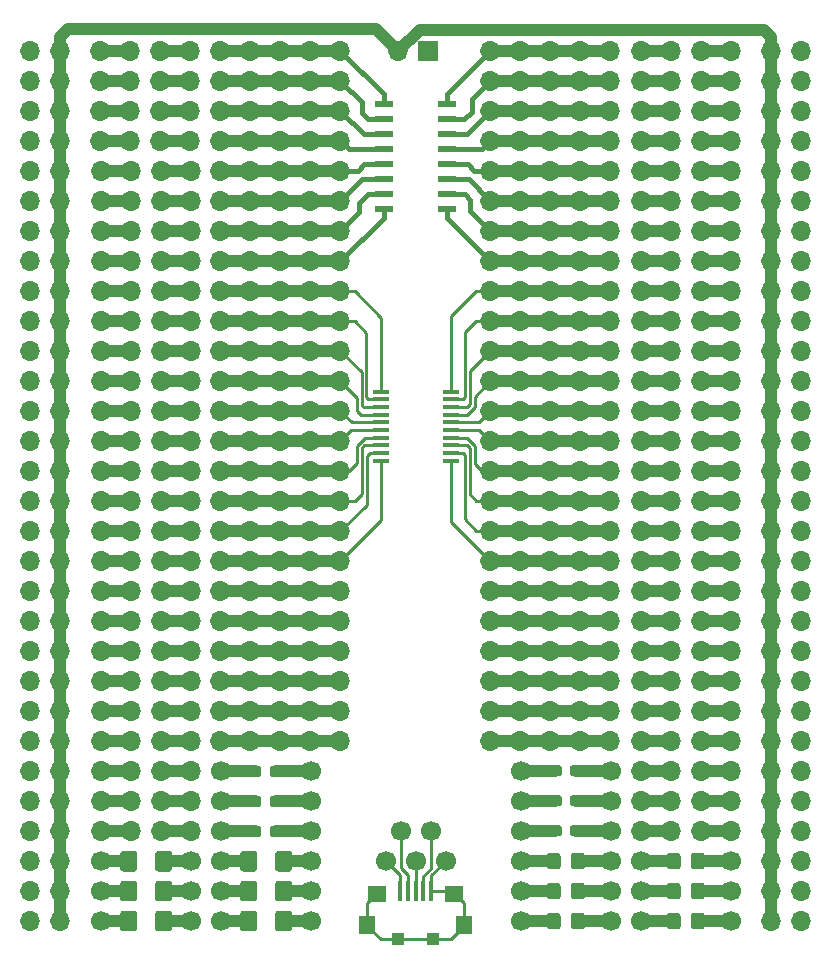
<source format=gtl>
G04 #@! TF.GenerationSoftware,KiCad,Pcbnew,(5.1.0)-1*
G04 #@! TF.CreationDate,2020-08-15T17:28:16-05:00*
G04 #@! TF.ProjectId,AltbierProto,416c7462-6965-4725-9072-6f746f2e6b69,rev?*
G04 #@! TF.SameCoordinates,Original*
G04 #@! TF.FileFunction,Copper,L1,Top*
G04 #@! TF.FilePolarity,Positive*
%FSLAX46Y46*%
G04 Gerber Fmt 4.6, Leading zero omitted, Abs format (unit mm)*
G04 Created by KiCad (PCBNEW (5.1.0)-1) date 2020-08-15 17:28:16*
%MOMM*%
%LPD*%
G04 APERTURE LIST*
%ADD10C,1.700000*%
%ADD11C,0.100000*%
%ADD12C,1.425000*%
%ADD13C,1.150000*%
%ADD14C,0.950000*%
%ADD15R,1.500000X0.600000*%
%ADD16R,1.450000X0.400000*%
%ADD17O,1.700000X1.700000*%
%ADD18R,1.500000X1.400000*%
%ADD19R,0.400000X1.800000*%
%ADD20R,1.350000X1.500000*%
%ADD21R,1.100000X1.000000*%
%ADD22R,1.700000X1.700000*%
%ADD23C,1.000000*%
%ADD24C,0.400000*%
%ADD25C,0.250000*%
G04 APERTURE END LIST*
D10*
X132230000Y-123900000D03*
X124610000Y-123900000D03*
D11*
G36*
X130444504Y-123026204D02*
G01*
X130468773Y-123029804D01*
X130492571Y-123035765D01*
X130515671Y-123044030D01*
X130537849Y-123054520D01*
X130558893Y-123067133D01*
X130578598Y-123081747D01*
X130596777Y-123098223D01*
X130613253Y-123116402D01*
X130627867Y-123136107D01*
X130640480Y-123157151D01*
X130650970Y-123179329D01*
X130659235Y-123202429D01*
X130665196Y-123226227D01*
X130668796Y-123250496D01*
X130670000Y-123275000D01*
X130670000Y-124525000D01*
X130668796Y-124549504D01*
X130665196Y-124573773D01*
X130659235Y-124597571D01*
X130650970Y-124620671D01*
X130640480Y-124642849D01*
X130627867Y-124663893D01*
X130613253Y-124683598D01*
X130596777Y-124701777D01*
X130578598Y-124718253D01*
X130558893Y-124732867D01*
X130537849Y-124745480D01*
X130515671Y-124755970D01*
X130492571Y-124764235D01*
X130468773Y-124770196D01*
X130444504Y-124773796D01*
X130420000Y-124775000D01*
X129495000Y-124775000D01*
X129470496Y-124773796D01*
X129446227Y-124770196D01*
X129422429Y-124764235D01*
X129399329Y-124755970D01*
X129377151Y-124745480D01*
X129356107Y-124732867D01*
X129336402Y-124718253D01*
X129318223Y-124701777D01*
X129301747Y-124683598D01*
X129287133Y-124663893D01*
X129274520Y-124642849D01*
X129264030Y-124620671D01*
X129255765Y-124597571D01*
X129249804Y-124573773D01*
X129246204Y-124549504D01*
X129245000Y-124525000D01*
X129245000Y-123275000D01*
X129246204Y-123250496D01*
X129249804Y-123226227D01*
X129255765Y-123202429D01*
X129264030Y-123179329D01*
X129274520Y-123157151D01*
X129287133Y-123136107D01*
X129301747Y-123116402D01*
X129318223Y-123098223D01*
X129336402Y-123081747D01*
X129356107Y-123067133D01*
X129377151Y-123054520D01*
X129399329Y-123044030D01*
X129422429Y-123035765D01*
X129446227Y-123029804D01*
X129470496Y-123026204D01*
X129495000Y-123025000D01*
X130420000Y-123025000D01*
X130444504Y-123026204D01*
X130444504Y-123026204D01*
G37*
D12*
X129957500Y-123900000D03*
D11*
G36*
X127469504Y-123026204D02*
G01*
X127493773Y-123029804D01*
X127517571Y-123035765D01*
X127540671Y-123044030D01*
X127562849Y-123054520D01*
X127583893Y-123067133D01*
X127603598Y-123081747D01*
X127621777Y-123098223D01*
X127638253Y-123116402D01*
X127652867Y-123136107D01*
X127665480Y-123157151D01*
X127675970Y-123179329D01*
X127684235Y-123202429D01*
X127690196Y-123226227D01*
X127693796Y-123250496D01*
X127695000Y-123275000D01*
X127695000Y-124525000D01*
X127693796Y-124549504D01*
X127690196Y-124573773D01*
X127684235Y-124597571D01*
X127675970Y-124620671D01*
X127665480Y-124642849D01*
X127652867Y-124663893D01*
X127638253Y-124683598D01*
X127621777Y-124701777D01*
X127603598Y-124718253D01*
X127583893Y-124732867D01*
X127562849Y-124745480D01*
X127540671Y-124755970D01*
X127517571Y-124764235D01*
X127493773Y-124770196D01*
X127469504Y-124773796D01*
X127445000Y-124775000D01*
X126520000Y-124775000D01*
X126495496Y-124773796D01*
X126471227Y-124770196D01*
X126447429Y-124764235D01*
X126424329Y-124755970D01*
X126402151Y-124745480D01*
X126381107Y-124732867D01*
X126361402Y-124718253D01*
X126343223Y-124701777D01*
X126326747Y-124683598D01*
X126312133Y-124663893D01*
X126299520Y-124642849D01*
X126289030Y-124620671D01*
X126280765Y-124597571D01*
X126274804Y-124573773D01*
X126271204Y-124549504D01*
X126270000Y-124525000D01*
X126270000Y-123275000D01*
X126271204Y-123250496D01*
X126274804Y-123226227D01*
X126280765Y-123202429D01*
X126289030Y-123179329D01*
X126299520Y-123157151D01*
X126312133Y-123136107D01*
X126326747Y-123116402D01*
X126343223Y-123098223D01*
X126361402Y-123081747D01*
X126381107Y-123067133D01*
X126402151Y-123054520D01*
X126424329Y-123044030D01*
X126447429Y-123035765D01*
X126471227Y-123029804D01*
X126495496Y-123026204D01*
X126520000Y-123025000D01*
X127445000Y-123025000D01*
X127469504Y-123026204D01*
X127469504Y-123026204D01*
G37*
D12*
X126982500Y-123900000D03*
D10*
X132230000Y-126430000D03*
X124610000Y-126430000D03*
D11*
G36*
X130444504Y-125556204D02*
G01*
X130468773Y-125559804D01*
X130492571Y-125565765D01*
X130515671Y-125574030D01*
X130537849Y-125584520D01*
X130558893Y-125597133D01*
X130578598Y-125611747D01*
X130596777Y-125628223D01*
X130613253Y-125646402D01*
X130627867Y-125666107D01*
X130640480Y-125687151D01*
X130650970Y-125709329D01*
X130659235Y-125732429D01*
X130665196Y-125756227D01*
X130668796Y-125780496D01*
X130670000Y-125805000D01*
X130670000Y-127055000D01*
X130668796Y-127079504D01*
X130665196Y-127103773D01*
X130659235Y-127127571D01*
X130650970Y-127150671D01*
X130640480Y-127172849D01*
X130627867Y-127193893D01*
X130613253Y-127213598D01*
X130596777Y-127231777D01*
X130578598Y-127248253D01*
X130558893Y-127262867D01*
X130537849Y-127275480D01*
X130515671Y-127285970D01*
X130492571Y-127294235D01*
X130468773Y-127300196D01*
X130444504Y-127303796D01*
X130420000Y-127305000D01*
X129495000Y-127305000D01*
X129470496Y-127303796D01*
X129446227Y-127300196D01*
X129422429Y-127294235D01*
X129399329Y-127285970D01*
X129377151Y-127275480D01*
X129356107Y-127262867D01*
X129336402Y-127248253D01*
X129318223Y-127231777D01*
X129301747Y-127213598D01*
X129287133Y-127193893D01*
X129274520Y-127172849D01*
X129264030Y-127150671D01*
X129255765Y-127127571D01*
X129249804Y-127103773D01*
X129246204Y-127079504D01*
X129245000Y-127055000D01*
X129245000Y-125805000D01*
X129246204Y-125780496D01*
X129249804Y-125756227D01*
X129255765Y-125732429D01*
X129264030Y-125709329D01*
X129274520Y-125687151D01*
X129287133Y-125666107D01*
X129301747Y-125646402D01*
X129318223Y-125628223D01*
X129336402Y-125611747D01*
X129356107Y-125597133D01*
X129377151Y-125584520D01*
X129399329Y-125574030D01*
X129422429Y-125565765D01*
X129446227Y-125559804D01*
X129470496Y-125556204D01*
X129495000Y-125555000D01*
X130420000Y-125555000D01*
X130444504Y-125556204D01*
X130444504Y-125556204D01*
G37*
D12*
X129957500Y-126430000D03*
D11*
G36*
X127469504Y-125556204D02*
G01*
X127493773Y-125559804D01*
X127517571Y-125565765D01*
X127540671Y-125574030D01*
X127562849Y-125584520D01*
X127583893Y-125597133D01*
X127603598Y-125611747D01*
X127621777Y-125628223D01*
X127638253Y-125646402D01*
X127652867Y-125666107D01*
X127665480Y-125687151D01*
X127675970Y-125709329D01*
X127684235Y-125732429D01*
X127690196Y-125756227D01*
X127693796Y-125780496D01*
X127695000Y-125805000D01*
X127695000Y-127055000D01*
X127693796Y-127079504D01*
X127690196Y-127103773D01*
X127684235Y-127127571D01*
X127675970Y-127150671D01*
X127665480Y-127172849D01*
X127652867Y-127193893D01*
X127638253Y-127213598D01*
X127621777Y-127231777D01*
X127603598Y-127248253D01*
X127583893Y-127262867D01*
X127562849Y-127275480D01*
X127540671Y-127285970D01*
X127517571Y-127294235D01*
X127493773Y-127300196D01*
X127469504Y-127303796D01*
X127445000Y-127305000D01*
X126520000Y-127305000D01*
X126495496Y-127303796D01*
X126471227Y-127300196D01*
X126447429Y-127294235D01*
X126424329Y-127285970D01*
X126402151Y-127275480D01*
X126381107Y-127262867D01*
X126361402Y-127248253D01*
X126343223Y-127231777D01*
X126326747Y-127213598D01*
X126312133Y-127193893D01*
X126299520Y-127172849D01*
X126289030Y-127150671D01*
X126280765Y-127127571D01*
X126274804Y-127103773D01*
X126271204Y-127079504D01*
X126270000Y-127055000D01*
X126270000Y-125805000D01*
X126271204Y-125780496D01*
X126274804Y-125756227D01*
X126280765Y-125732429D01*
X126289030Y-125709329D01*
X126299520Y-125687151D01*
X126312133Y-125666107D01*
X126326747Y-125646402D01*
X126343223Y-125628223D01*
X126361402Y-125611747D01*
X126381107Y-125597133D01*
X126402151Y-125584520D01*
X126424329Y-125574030D01*
X126447429Y-125565765D01*
X126471227Y-125559804D01*
X126495496Y-125556204D01*
X126520000Y-125555000D01*
X127445000Y-125555000D01*
X127469504Y-125556204D01*
X127469504Y-125556204D01*
G37*
D12*
X126982500Y-126430000D03*
D10*
X132230000Y-128970000D03*
X124610000Y-128970000D03*
D11*
G36*
X130444504Y-128096204D02*
G01*
X130468773Y-128099804D01*
X130492571Y-128105765D01*
X130515671Y-128114030D01*
X130537849Y-128124520D01*
X130558893Y-128137133D01*
X130578598Y-128151747D01*
X130596777Y-128168223D01*
X130613253Y-128186402D01*
X130627867Y-128206107D01*
X130640480Y-128227151D01*
X130650970Y-128249329D01*
X130659235Y-128272429D01*
X130665196Y-128296227D01*
X130668796Y-128320496D01*
X130670000Y-128345000D01*
X130670000Y-129595000D01*
X130668796Y-129619504D01*
X130665196Y-129643773D01*
X130659235Y-129667571D01*
X130650970Y-129690671D01*
X130640480Y-129712849D01*
X130627867Y-129733893D01*
X130613253Y-129753598D01*
X130596777Y-129771777D01*
X130578598Y-129788253D01*
X130558893Y-129802867D01*
X130537849Y-129815480D01*
X130515671Y-129825970D01*
X130492571Y-129834235D01*
X130468773Y-129840196D01*
X130444504Y-129843796D01*
X130420000Y-129845000D01*
X129495000Y-129845000D01*
X129470496Y-129843796D01*
X129446227Y-129840196D01*
X129422429Y-129834235D01*
X129399329Y-129825970D01*
X129377151Y-129815480D01*
X129356107Y-129802867D01*
X129336402Y-129788253D01*
X129318223Y-129771777D01*
X129301747Y-129753598D01*
X129287133Y-129733893D01*
X129274520Y-129712849D01*
X129264030Y-129690671D01*
X129255765Y-129667571D01*
X129249804Y-129643773D01*
X129246204Y-129619504D01*
X129245000Y-129595000D01*
X129245000Y-128345000D01*
X129246204Y-128320496D01*
X129249804Y-128296227D01*
X129255765Y-128272429D01*
X129264030Y-128249329D01*
X129274520Y-128227151D01*
X129287133Y-128206107D01*
X129301747Y-128186402D01*
X129318223Y-128168223D01*
X129336402Y-128151747D01*
X129356107Y-128137133D01*
X129377151Y-128124520D01*
X129399329Y-128114030D01*
X129422429Y-128105765D01*
X129446227Y-128099804D01*
X129470496Y-128096204D01*
X129495000Y-128095000D01*
X130420000Y-128095000D01*
X130444504Y-128096204D01*
X130444504Y-128096204D01*
G37*
D12*
X129957500Y-128970000D03*
D11*
G36*
X127469504Y-128096204D02*
G01*
X127493773Y-128099804D01*
X127517571Y-128105765D01*
X127540671Y-128114030D01*
X127562849Y-128124520D01*
X127583893Y-128137133D01*
X127603598Y-128151747D01*
X127621777Y-128168223D01*
X127638253Y-128186402D01*
X127652867Y-128206107D01*
X127665480Y-128227151D01*
X127675970Y-128249329D01*
X127684235Y-128272429D01*
X127690196Y-128296227D01*
X127693796Y-128320496D01*
X127695000Y-128345000D01*
X127695000Y-129595000D01*
X127693796Y-129619504D01*
X127690196Y-129643773D01*
X127684235Y-129667571D01*
X127675970Y-129690671D01*
X127665480Y-129712849D01*
X127652867Y-129733893D01*
X127638253Y-129753598D01*
X127621777Y-129771777D01*
X127603598Y-129788253D01*
X127583893Y-129802867D01*
X127562849Y-129815480D01*
X127540671Y-129825970D01*
X127517571Y-129834235D01*
X127493773Y-129840196D01*
X127469504Y-129843796D01*
X127445000Y-129845000D01*
X126520000Y-129845000D01*
X126495496Y-129843796D01*
X126471227Y-129840196D01*
X126447429Y-129834235D01*
X126424329Y-129825970D01*
X126402151Y-129815480D01*
X126381107Y-129802867D01*
X126361402Y-129788253D01*
X126343223Y-129771777D01*
X126326747Y-129753598D01*
X126312133Y-129733893D01*
X126299520Y-129712849D01*
X126289030Y-129690671D01*
X126280765Y-129667571D01*
X126274804Y-129643773D01*
X126271204Y-129619504D01*
X126270000Y-129595000D01*
X126270000Y-128345000D01*
X126271204Y-128320496D01*
X126274804Y-128296227D01*
X126280765Y-128272429D01*
X126289030Y-128249329D01*
X126299520Y-128227151D01*
X126312133Y-128206107D01*
X126326747Y-128186402D01*
X126343223Y-128168223D01*
X126361402Y-128151747D01*
X126381107Y-128137133D01*
X126402151Y-128124520D01*
X126424329Y-128114030D01*
X126447429Y-128105765D01*
X126471227Y-128099804D01*
X126495496Y-128096204D01*
X126520000Y-128095000D01*
X127445000Y-128095000D01*
X127469504Y-128096204D01*
X127469504Y-128096204D01*
G37*
D12*
X126982500Y-128970000D03*
D10*
X122070000Y-128970000D03*
X114450000Y-128970000D03*
D11*
G36*
X120284504Y-128096204D02*
G01*
X120308773Y-128099804D01*
X120332571Y-128105765D01*
X120355671Y-128114030D01*
X120377849Y-128124520D01*
X120398893Y-128137133D01*
X120418598Y-128151747D01*
X120436777Y-128168223D01*
X120453253Y-128186402D01*
X120467867Y-128206107D01*
X120480480Y-128227151D01*
X120490970Y-128249329D01*
X120499235Y-128272429D01*
X120505196Y-128296227D01*
X120508796Y-128320496D01*
X120510000Y-128345000D01*
X120510000Y-129595000D01*
X120508796Y-129619504D01*
X120505196Y-129643773D01*
X120499235Y-129667571D01*
X120490970Y-129690671D01*
X120480480Y-129712849D01*
X120467867Y-129733893D01*
X120453253Y-129753598D01*
X120436777Y-129771777D01*
X120418598Y-129788253D01*
X120398893Y-129802867D01*
X120377849Y-129815480D01*
X120355671Y-129825970D01*
X120332571Y-129834235D01*
X120308773Y-129840196D01*
X120284504Y-129843796D01*
X120260000Y-129845000D01*
X119335000Y-129845000D01*
X119310496Y-129843796D01*
X119286227Y-129840196D01*
X119262429Y-129834235D01*
X119239329Y-129825970D01*
X119217151Y-129815480D01*
X119196107Y-129802867D01*
X119176402Y-129788253D01*
X119158223Y-129771777D01*
X119141747Y-129753598D01*
X119127133Y-129733893D01*
X119114520Y-129712849D01*
X119104030Y-129690671D01*
X119095765Y-129667571D01*
X119089804Y-129643773D01*
X119086204Y-129619504D01*
X119085000Y-129595000D01*
X119085000Y-128345000D01*
X119086204Y-128320496D01*
X119089804Y-128296227D01*
X119095765Y-128272429D01*
X119104030Y-128249329D01*
X119114520Y-128227151D01*
X119127133Y-128206107D01*
X119141747Y-128186402D01*
X119158223Y-128168223D01*
X119176402Y-128151747D01*
X119196107Y-128137133D01*
X119217151Y-128124520D01*
X119239329Y-128114030D01*
X119262429Y-128105765D01*
X119286227Y-128099804D01*
X119310496Y-128096204D01*
X119335000Y-128095000D01*
X120260000Y-128095000D01*
X120284504Y-128096204D01*
X120284504Y-128096204D01*
G37*
D12*
X119797500Y-128970000D03*
D11*
G36*
X117309504Y-128096204D02*
G01*
X117333773Y-128099804D01*
X117357571Y-128105765D01*
X117380671Y-128114030D01*
X117402849Y-128124520D01*
X117423893Y-128137133D01*
X117443598Y-128151747D01*
X117461777Y-128168223D01*
X117478253Y-128186402D01*
X117492867Y-128206107D01*
X117505480Y-128227151D01*
X117515970Y-128249329D01*
X117524235Y-128272429D01*
X117530196Y-128296227D01*
X117533796Y-128320496D01*
X117535000Y-128345000D01*
X117535000Y-129595000D01*
X117533796Y-129619504D01*
X117530196Y-129643773D01*
X117524235Y-129667571D01*
X117515970Y-129690671D01*
X117505480Y-129712849D01*
X117492867Y-129733893D01*
X117478253Y-129753598D01*
X117461777Y-129771777D01*
X117443598Y-129788253D01*
X117423893Y-129802867D01*
X117402849Y-129815480D01*
X117380671Y-129825970D01*
X117357571Y-129834235D01*
X117333773Y-129840196D01*
X117309504Y-129843796D01*
X117285000Y-129845000D01*
X116360000Y-129845000D01*
X116335496Y-129843796D01*
X116311227Y-129840196D01*
X116287429Y-129834235D01*
X116264329Y-129825970D01*
X116242151Y-129815480D01*
X116221107Y-129802867D01*
X116201402Y-129788253D01*
X116183223Y-129771777D01*
X116166747Y-129753598D01*
X116152133Y-129733893D01*
X116139520Y-129712849D01*
X116129030Y-129690671D01*
X116120765Y-129667571D01*
X116114804Y-129643773D01*
X116111204Y-129619504D01*
X116110000Y-129595000D01*
X116110000Y-128345000D01*
X116111204Y-128320496D01*
X116114804Y-128296227D01*
X116120765Y-128272429D01*
X116129030Y-128249329D01*
X116139520Y-128227151D01*
X116152133Y-128206107D01*
X116166747Y-128186402D01*
X116183223Y-128168223D01*
X116201402Y-128151747D01*
X116221107Y-128137133D01*
X116242151Y-128124520D01*
X116264329Y-128114030D01*
X116287429Y-128105765D01*
X116311227Y-128099804D01*
X116335496Y-128096204D01*
X116360000Y-128095000D01*
X117285000Y-128095000D01*
X117309504Y-128096204D01*
X117309504Y-128096204D01*
G37*
D12*
X116822500Y-128970000D03*
D10*
X122070000Y-126430000D03*
X114450000Y-126430000D03*
D11*
G36*
X120284504Y-125556204D02*
G01*
X120308773Y-125559804D01*
X120332571Y-125565765D01*
X120355671Y-125574030D01*
X120377849Y-125584520D01*
X120398893Y-125597133D01*
X120418598Y-125611747D01*
X120436777Y-125628223D01*
X120453253Y-125646402D01*
X120467867Y-125666107D01*
X120480480Y-125687151D01*
X120490970Y-125709329D01*
X120499235Y-125732429D01*
X120505196Y-125756227D01*
X120508796Y-125780496D01*
X120510000Y-125805000D01*
X120510000Y-127055000D01*
X120508796Y-127079504D01*
X120505196Y-127103773D01*
X120499235Y-127127571D01*
X120490970Y-127150671D01*
X120480480Y-127172849D01*
X120467867Y-127193893D01*
X120453253Y-127213598D01*
X120436777Y-127231777D01*
X120418598Y-127248253D01*
X120398893Y-127262867D01*
X120377849Y-127275480D01*
X120355671Y-127285970D01*
X120332571Y-127294235D01*
X120308773Y-127300196D01*
X120284504Y-127303796D01*
X120260000Y-127305000D01*
X119335000Y-127305000D01*
X119310496Y-127303796D01*
X119286227Y-127300196D01*
X119262429Y-127294235D01*
X119239329Y-127285970D01*
X119217151Y-127275480D01*
X119196107Y-127262867D01*
X119176402Y-127248253D01*
X119158223Y-127231777D01*
X119141747Y-127213598D01*
X119127133Y-127193893D01*
X119114520Y-127172849D01*
X119104030Y-127150671D01*
X119095765Y-127127571D01*
X119089804Y-127103773D01*
X119086204Y-127079504D01*
X119085000Y-127055000D01*
X119085000Y-125805000D01*
X119086204Y-125780496D01*
X119089804Y-125756227D01*
X119095765Y-125732429D01*
X119104030Y-125709329D01*
X119114520Y-125687151D01*
X119127133Y-125666107D01*
X119141747Y-125646402D01*
X119158223Y-125628223D01*
X119176402Y-125611747D01*
X119196107Y-125597133D01*
X119217151Y-125584520D01*
X119239329Y-125574030D01*
X119262429Y-125565765D01*
X119286227Y-125559804D01*
X119310496Y-125556204D01*
X119335000Y-125555000D01*
X120260000Y-125555000D01*
X120284504Y-125556204D01*
X120284504Y-125556204D01*
G37*
D12*
X119797500Y-126430000D03*
D11*
G36*
X117309504Y-125556204D02*
G01*
X117333773Y-125559804D01*
X117357571Y-125565765D01*
X117380671Y-125574030D01*
X117402849Y-125584520D01*
X117423893Y-125597133D01*
X117443598Y-125611747D01*
X117461777Y-125628223D01*
X117478253Y-125646402D01*
X117492867Y-125666107D01*
X117505480Y-125687151D01*
X117515970Y-125709329D01*
X117524235Y-125732429D01*
X117530196Y-125756227D01*
X117533796Y-125780496D01*
X117535000Y-125805000D01*
X117535000Y-127055000D01*
X117533796Y-127079504D01*
X117530196Y-127103773D01*
X117524235Y-127127571D01*
X117515970Y-127150671D01*
X117505480Y-127172849D01*
X117492867Y-127193893D01*
X117478253Y-127213598D01*
X117461777Y-127231777D01*
X117443598Y-127248253D01*
X117423893Y-127262867D01*
X117402849Y-127275480D01*
X117380671Y-127285970D01*
X117357571Y-127294235D01*
X117333773Y-127300196D01*
X117309504Y-127303796D01*
X117285000Y-127305000D01*
X116360000Y-127305000D01*
X116335496Y-127303796D01*
X116311227Y-127300196D01*
X116287429Y-127294235D01*
X116264329Y-127285970D01*
X116242151Y-127275480D01*
X116221107Y-127262867D01*
X116201402Y-127248253D01*
X116183223Y-127231777D01*
X116166747Y-127213598D01*
X116152133Y-127193893D01*
X116139520Y-127172849D01*
X116129030Y-127150671D01*
X116120765Y-127127571D01*
X116114804Y-127103773D01*
X116111204Y-127079504D01*
X116110000Y-127055000D01*
X116110000Y-125805000D01*
X116111204Y-125780496D01*
X116114804Y-125756227D01*
X116120765Y-125732429D01*
X116129030Y-125709329D01*
X116139520Y-125687151D01*
X116152133Y-125666107D01*
X116166747Y-125646402D01*
X116183223Y-125628223D01*
X116201402Y-125611747D01*
X116221107Y-125597133D01*
X116242151Y-125584520D01*
X116264329Y-125574030D01*
X116287429Y-125565765D01*
X116311227Y-125559804D01*
X116335496Y-125556204D01*
X116360000Y-125555000D01*
X117285000Y-125555000D01*
X117309504Y-125556204D01*
X117309504Y-125556204D01*
G37*
D12*
X116822500Y-126430000D03*
D10*
X122070000Y-123900000D03*
X114450000Y-123900000D03*
D11*
G36*
X120284504Y-123026204D02*
G01*
X120308773Y-123029804D01*
X120332571Y-123035765D01*
X120355671Y-123044030D01*
X120377849Y-123054520D01*
X120398893Y-123067133D01*
X120418598Y-123081747D01*
X120436777Y-123098223D01*
X120453253Y-123116402D01*
X120467867Y-123136107D01*
X120480480Y-123157151D01*
X120490970Y-123179329D01*
X120499235Y-123202429D01*
X120505196Y-123226227D01*
X120508796Y-123250496D01*
X120510000Y-123275000D01*
X120510000Y-124525000D01*
X120508796Y-124549504D01*
X120505196Y-124573773D01*
X120499235Y-124597571D01*
X120490970Y-124620671D01*
X120480480Y-124642849D01*
X120467867Y-124663893D01*
X120453253Y-124683598D01*
X120436777Y-124701777D01*
X120418598Y-124718253D01*
X120398893Y-124732867D01*
X120377849Y-124745480D01*
X120355671Y-124755970D01*
X120332571Y-124764235D01*
X120308773Y-124770196D01*
X120284504Y-124773796D01*
X120260000Y-124775000D01*
X119335000Y-124775000D01*
X119310496Y-124773796D01*
X119286227Y-124770196D01*
X119262429Y-124764235D01*
X119239329Y-124755970D01*
X119217151Y-124745480D01*
X119196107Y-124732867D01*
X119176402Y-124718253D01*
X119158223Y-124701777D01*
X119141747Y-124683598D01*
X119127133Y-124663893D01*
X119114520Y-124642849D01*
X119104030Y-124620671D01*
X119095765Y-124597571D01*
X119089804Y-124573773D01*
X119086204Y-124549504D01*
X119085000Y-124525000D01*
X119085000Y-123275000D01*
X119086204Y-123250496D01*
X119089804Y-123226227D01*
X119095765Y-123202429D01*
X119104030Y-123179329D01*
X119114520Y-123157151D01*
X119127133Y-123136107D01*
X119141747Y-123116402D01*
X119158223Y-123098223D01*
X119176402Y-123081747D01*
X119196107Y-123067133D01*
X119217151Y-123054520D01*
X119239329Y-123044030D01*
X119262429Y-123035765D01*
X119286227Y-123029804D01*
X119310496Y-123026204D01*
X119335000Y-123025000D01*
X120260000Y-123025000D01*
X120284504Y-123026204D01*
X120284504Y-123026204D01*
G37*
D12*
X119797500Y-123900000D03*
D11*
G36*
X117309504Y-123026204D02*
G01*
X117333773Y-123029804D01*
X117357571Y-123035765D01*
X117380671Y-123044030D01*
X117402849Y-123054520D01*
X117423893Y-123067133D01*
X117443598Y-123081747D01*
X117461777Y-123098223D01*
X117478253Y-123116402D01*
X117492867Y-123136107D01*
X117505480Y-123157151D01*
X117515970Y-123179329D01*
X117524235Y-123202429D01*
X117530196Y-123226227D01*
X117533796Y-123250496D01*
X117535000Y-123275000D01*
X117535000Y-124525000D01*
X117533796Y-124549504D01*
X117530196Y-124573773D01*
X117524235Y-124597571D01*
X117515970Y-124620671D01*
X117505480Y-124642849D01*
X117492867Y-124663893D01*
X117478253Y-124683598D01*
X117461777Y-124701777D01*
X117443598Y-124718253D01*
X117423893Y-124732867D01*
X117402849Y-124745480D01*
X117380671Y-124755970D01*
X117357571Y-124764235D01*
X117333773Y-124770196D01*
X117309504Y-124773796D01*
X117285000Y-124775000D01*
X116360000Y-124775000D01*
X116335496Y-124773796D01*
X116311227Y-124770196D01*
X116287429Y-124764235D01*
X116264329Y-124755970D01*
X116242151Y-124745480D01*
X116221107Y-124732867D01*
X116201402Y-124718253D01*
X116183223Y-124701777D01*
X116166747Y-124683598D01*
X116152133Y-124663893D01*
X116139520Y-124642849D01*
X116129030Y-124620671D01*
X116120765Y-124597571D01*
X116114804Y-124573773D01*
X116111204Y-124549504D01*
X116110000Y-124525000D01*
X116110000Y-123275000D01*
X116111204Y-123250496D01*
X116114804Y-123226227D01*
X116120765Y-123202429D01*
X116129030Y-123179329D01*
X116139520Y-123157151D01*
X116152133Y-123136107D01*
X116166747Y-123116402D01*
X116183223Y-123098223D01*
X116201402Y-123081747D01*
X116221107Y-123067133D01*
X116242151Y-123054520D01*
X116264329Y-123044030D01*
X116287429Y-123035765D01*
X116311227Y-123029804D01*
X116335496Y-123026204D01*
X116360000Y-123025000D01*
X117285000Y-123025000D01*
X117309504Y-123026204D01*
X117309504Y-123026204D01*
G37*
D12*
X116822500Y-123900000D03*
D11*
G36*
X153164505Y-123191204D02*
G01*
X153188773Y-123194804D01*
X153212572Y-123200765D01*
X153235671Y-123209030D01*
X153257850Y-123219520D01*
X153278893Y-123232132D01*
X153298599Y-123246747D01*
X153316777Y-123263223D01*
X153333253Y-123281401D01*
X153347868Y-123301107D01*
X153360480Y-123322150D01*
X153370970Y-123344329D01*
X153379235Y-123367428D01*
X153385196Y-123391227D01*
X153388796Y-123415495D01*
X153390000Y-123439999D01*
X153390000Y-124340001D01*
X153388796Y-124364505D01*
X153385196Y-124388773D01*
X153379235Y-124412572D01*
X153370970Y-124435671D01*
X153360480Y-124457850D01*
X153347868Y-124478893D01*
X153333253Y-124498599D01*
X153316777Y-124516777D01*
X153298599Y-124533253D01*
X153278893Y-124547868D01*
X153257850Y-124560480D01*
X153235671Y-124570970D01*
X153212572Y-124579235D01*
X153188773Y-124585196D01*
X153164505Y-124588796D01*
X153140001Y-124590000D01*
X152489999Y-124590000D01*
X152465495Y-124588796D01*
X152441227Y-124585196D01*
X152417428Y-124579235D01*
X152394329Y-124570970D01*
X152372150Y-124560480D01*
X152351107Y-124547868D01*
X152331401Y-124533253D01*
X152313223Y-124516777D01*
X152296747Y-124498599D01*
X152282132Y-124478893D01*
X152269520Y-124457850D01*
X152259030Y-124435671D01*
X152250765Y-124412572D01*
X152244804Y-124388773D01*
X152241204Y-124364505D01*
X152240000Y-124340001D01*
X152240000Y-123439999D01*
X152241204Y-123415495D01*
X152244804Y-123391227D01*
X152250765Y-123367428D01*
X152259030Y-123344329D01*
X152269520Y-123322150D01*
X152282132Y-123301107D01*
X152296747Y-123281401D01*
X152313223Y-123263223D01*
X152331401Y-123246747D01*
X152351107Y-123232132D01*
X152372150Y-123219520D01*
X152394329Y-123209030D01*
X152417428Y-123200765D01*
X152441227Y-123194804D01*
X152465495Y-123191204D01*
X152489999Y-123190000D01*
X153140001Y-123190000D01*
X153164505Y-123191204D01*
X153164505Y-123191204D01*
G37*
D13*
X152815000Y-123890000D03*
D11*
G36*
X155214505Y-123191204D02*
G01*
X155238773Y-123194804D01*
X155262572Y-123200765D01*
X155285671Y-123209030D01*
X155307850Y-123219520D01*
X155328893Y-123232132D01*
X155348599Y-123246747D01*
X155366777Y-123263223D01*
X155383253Y-123281401D01*
X155397868Y-123301107D01*
X155410480Y-123322150D01*
X155420970Y-123344329D01*
X155429235Y-123367428D01*
X155435196Y-123391227D01*
X155438796Y-123415495D01*
X155440000Y-123439999D01*
X155440000Y-124340001D01*
X155438796Y-124364505D01*
X155435196Y-124388773D01*
X155429235Y-124412572D01*
X155420970Y-124435671D01*
X155410480Y-124457850D01*
X155397868Y-124478893D01*
X155383253Y-124498599D01*
X155366777Y-124516777D01*
X155348599Y-124533253D01*
X155328893Y-124547868D01*
X155307850Y-124560480D01*
X155285671Y-124570970D01*
X155262572Y-124579235D01*
X155238773Y-124585196D01*
X155214505Y-124588796D01*
X155190001Y-124590000D01*
X154539999Y-124590000D01*
X154515495Y-124588796D01*
X154491227Y-124585196D01*
X154467428Y-124579235D01*
X154444329Y-124570970D01*
X154422150Y-124560480D01*
X154401107Y-124547868D01*
X154381401Y-124533253D01*
X154363223Y-124516777D01*
X154346747Y-124498599D01*
X154332132Y-124478893D01*
X154319520Y-124457850D01*
X154309030Y-124435671D01*
X154300765Y-124412572D01*
X154294804Y-124388773D01*
X154291204Y-124364505D01*
X154290000Y-124340001D01*
X154290000Y-123439999D01*
X154291204Y-123415495D01*
X154294804Y-123391227D01*
X154300765Y-123367428D01*
X154309030Y-123344329D01*
X154319520Y-123322150D01*
X154332132Y-123301107D01*
X154346747Y-123281401D01*
X154363223Y-123263223D01*
X154381401Y-123246747D01*
X154401107Y-123232132D01*
X154422150Y-123219520D01*
X154444329Y-123209030D01*
X154467428Y-123200765D01*
X154491227Y-123194804D01*
X154515495Y-123191204D01*
X154539999Y-123190000D01*
X155190001Y-123190000D01*
X155214505Y-123191204D01*
X155214505Y-123191204D01*
G37*
D13*
X154865000Y-123890000D03*
D10*
X150040000Y-123890000D03*
X157660000Y-123890000D03*
D11*
G36*
X153164505Y-125731204D02*
G01*
X153188773Y-125734804D01*
X153212572Y-125740765D01*
X153235671Y-125749030D01*
X153257850Y-125759520D01*
X153278893Y-125772132D01*
X153298599Y-125786747D01*
X153316777Y-125803223D01*
X153333253Y-125821401D01*
X153347868Y-125841107D01*
X153360480Y-125862150D01*
X153370970Y-125884329D01*
X153379235Y-125907428D01*
X153385196Y-125931227D01*
X153388796Y-125955495D01*
X153390000Y-125979999D01*
X153390000Y-126880001D01*
X153388796Y-126904505D01*
X153385196Y-126928773D01*
X153379235Y-126952572D01*
X153370970Y-126975671D01*
X153360480Y-126997850D01*
X153347868Y-127018893D01*
X153333253Y-127038599D01*
X153316777Y-127056777D01*
X153298599Y-127073253D01*
X153278893Y-127087868D01*
X153257850Y-127100480D01*
X153235671Y-127110970D01*
X153212572Y-127119235D01*
X153188773Y-127125196D01*
X153164505Y-127128796D01*
X153140001Y-127130000D01*
X152489999Y-127130000D01*
X152465495Y-127128796D01*
X152441227Y-127125196D01*
X152417428Y-127119235D01*
X152394329Y-127110970D01*
X152372150Y-127100480D01*
X152351107Y-127087868D01*
X152331401Y-127073253D01*
X152313223Y-127056777D01*
X152296747Y-127038599D01*
X152282132Y-127018893D01*
X152269520Y-126997850D01*
X152259030Y-126975671D01*
X152250765Y-126952572D01*
X152244804Y-126928773D01*
X152241204Y-126904505D01*
X152240000Y-126880001D01*
X152240000Y-125979999D01*
X152241204Y-125955495D01*
X152244804Y-125931227D01*
X152250765Y-125907428D01*
X152259030Y-125884329D01*
X152269520Y-125862150D01*
X152282132Y-125841107D01*
X152296747Y-125821401D01*
X152313223Y-125803223D01*
X152331401Y-125786747D01*
X152351107Y-125772132D01*
X152372150Y-125759520D01*
X152394329Y-125749030D01*
X152417428Y-125740765D01*
X152441227Y-125734804D01*
X152465495Y-125731204D01*
X152489999Y-125730000D01*
X153140001Y-125730000D01*
X153164505Y-125731204D01*
X153164505Y-125731204D01*
G37*
D13*
X152815000Y-126430000D03*
D11*
G36*
X155214505Y-125731204D02*
G01*
X155238773Y-125734804D01*
X155262572Y-125740765D01*
X155285671Y-125749030D01*
X155307850Y-125759520D01*
X155328893Y-125772132D01*
X155348599Y-125786747D01*
X155366777Y-125803223D01*
X155383253Y-125821401D01*
X155397868Y-125841107D01*
X155410480Y-125862150D01*
X155420970Y-125884329D01*
X155429235Y-125907428D01*
X155435196Y-125931227D01*
X155438796Y-125955495D01*
X155440000Y-125979999D01*
X155440000Y-126880001D01*
X155438796Y-126904505D01*
X155435196Y-126928773D01*
X155429235Y-126952572D01*
X155420970Y-126975671D01*
X155410480Y-126997850D01*
X155397868Y-127018893D01*
X155383253Y-127038599D01*
X155366777Y-127056777D01*
X155348599Y-127073253D01*
X155328893Y-127087868D01*
X155307850Y-127100480D01*
X155285671Y-127110970D01*
X155262572Y-127119235D01*
X155238773Y-127125196D01*
X155214505Y-127128796D01*
X155190001Y-127130000D01*
X154539999Y-127130000D01*
X154515495Y-127128796D01*
X154491227Y-127125196D01*
X154467428Y-127119235D01*
X154444329Y-127110970D01*
X154422150Y-127100480D01*
X154401107Y-127087868D01*
X154381401Y-127073253D01*
X154363223Y-127056777D01*
X154346747Y-127038599D01*
X154332132Y-127018893D01*
X154319520Y-126997850D01*
X154309030Y-126975671D01*
X154300765Y-126952572D01*
X154294804Y-126928773D01*
X154291204Y-126904505D01*
X154290000Y-126880001D01*
X154290000Y-125979999D01*
X154291204Y-125955495D01*
X154294804Y-125931227D01*
X154300765Y-125907428D01*
X154309030Y-125884329D01*
X154319520Y-125862150D01*
X154332132Y-125841107D01*
X154346747Y-125821401D01*
X154363223Y-125803223D01*
X154381401Y-125786747D01*
X154401107Y-125772132D01*
X154422150Y-125759520D01*
X154444329Y-125749030D01*
X154467428Y-125740765D01*
X154491227Y-125734804D01*
X154515495Y-125731204D01*
X154539999Y-125730000D01*
X155190001Y-125730000D01*
X155214505Y-125731204D01*
X155214505Y-125731204D01*
G37*
D13*
X154865000Y-126430000D03*
D10*
X150040000Y-126430000D03*
X157660000Y-126430000D03*
D11*
G36*
X153164505Y-128271204D02*
G01*
X153188773Y-128274804D01*
X153212572Y-128280765D01*
X153235671Y-128289030D01*
X153257850Y-128299520D01*
X153278893Y-128312132D01*
X153298599Y-128326747D01*
X153316777Y-128343223D01*
X153333253Y-128361401D01*
X153347868Y-128381107D01*
X153360480Y-128402150D01*
X153370970Y-128424329D01*
X153379235Y-128447428D01*
X153385196Y-128471227D01*
X153388796Y-128495495D01*
X153390000Y-128519999D01*
X153390000Y-129420001D01*
X153388796Y-129444505D01*
X153385196Y-129468773D01*
X153379235Y-129492572D01*
X153370970Y-129515671D01*
X153360480Y-129537850D01*
X153347868Y-129558893D01*
X153333253Y-129578599D01*
X153316777Y-129596777D01*
X153298599Y-129613253D01*
X153278893Y-129627868D01*
X153257850Y-129640480D01*
X153235671Y-129650970D01*
X153212572Y-129659235D01*
X153188773Y-129665196D01*
X153164505Y-129668796D01*
X153140001Y-129670000D01*
X152489999Y-129670000D01*
X152465495Y-129668796D01*
X152441227Y-129665196D01*
X152417428Y-129659235D01*
X152394329Y-129650970D01*
X152372150Y-129640480D01*
X152351107Y-129627868D01*
X152331401Y-129613253D01*
X152313223Y-129596777D01*
X152296747Y-129578599D01*
X152282132Y-129558893D01*
X152269520Y-129537850D01*
X152259030Y-129515671D01*
X152250765Y-129492572D01*
X152244804Y-129468773D01*
X152241204Y-129444505D01*
X152240000Y-129420001D01*
X152240000Y-128519999D01*
X152241204Y-128495495D01*
X152244804Y-128471227D01*
X152250765Y-128447428D01*
X152259030Y-128424329D01*
X152269520Y-128402150D01*
X152282132Y-128381107D01*
X152296747Y-128361401D01*
X152313223Y-128343223D01*
X152331401Y-128326747D01*
X152351107Y-128312132D01*
X152372150Y-128299520D01*
X152394329Y-128289030D01*
X152417428Y-128280765D01*
X152441227Y-128274804D01*
X152465495Y-128271204D01*
X152489999Y-128270000D01*
X153140001Y-128270000D01*
X153164505Y-128271204D01*
X153164505Y-128271204D01*
G37*
D13*
X152815000Y-128970000D03*
D11*
G36*
X155214505Y-128271204D02*
G01*
X155238773Y-128274804D01*
X155262572Y-128280765D01*
X155285671Y-128289030D01*
X155307850Y-128299520D01*
X155328893Y-128312132D01*
X155348599Y-128326747D01*
X155366777Y-128343223D01*
X155383253Y-128361401D01*
X155397868Y-128381107D01*
X155410480Y-128402150D01*
X155420970Y-128424329D01*
X155429235Y-128447428D01*
X155435196Y-128471227D01*
X155438796Y-128495495D01*
X155440000Y-128519999D01*
X155440000Y-129420001D01*
X155438796Y-129444505D01*
X155435196Y-129468773D01*
X155429235Y-129492572D01*
X155420970Y-129515671D01*
X155410480Y-129537850D01*
X155397868Y-129558893D01*
X155383253Y-129578599D01*
X155366777Y-129596777D01*
X155348599Y-129613253D01*
X155328893Y-129627868D01*
X155307850Y-129640480D01*
X155285671Y-129650970D01*
X155262572Y-129659235D01*
X155238773Y-129665196D01*
X155214505Y-129668796D01*
X155190001Y-129670000D01*
X154539999Y-129670000D01*
X154515495Y-129668796D01*
X154491227Y-129665196D01*
X154467428Y-129659235D01*
X154444329Y-129650970D01*
X154422150Y-129640480D01*
X154401107Y-129627868D01*
X154381401Y-129613253D01*
X154363223Y-129596777D01*
X154346747Y-129578599D01*
X154332132Y-129558893D01*
X154319520Y-129537850D01*
X154309030Y-129515671D01*
X154300765Y-129492572D01*
X154294804Y-129468773D01*
X154291204Y-129444505D01*
X154290000Y-129420001D01*
X154290000Y-128519999D01*
X154291204Y-128495495D01*
X154294804Y-128471227D01*
X154300765Y-128447428D01*
X154309030Y-128424329D01*
X154319520Y-128402150D01*
X154332132Y-128381107D01*
X154346747Y-128361401D01*
X154363223Y-128343223D01*
X154381401Y-128326747D01*
X154401107Y-128312132D01*
X154422150Y-128299520D01*
X154444329Y-128289030D01*
X154467428Y-128280765D01*
X154491227Y-128274804D01*
X154515495Y-128271204D01*
X154539999Y-128270000D01*
X155190001Y-128270000D01*
X155214505Y-128271204D01*
X155214505Y-128271204D01*
G37*
D13*
X154865000Y-128970000D03*
D10*
X150040000Y-128970000D03*
X157660000Y-128970000D03*
X157660000Y-116250000D03*
X150040000Y-116250000D03*
D11*
G36*
X155025779Y-115776144D02*
G01*
X155048834Y-115779563D01*
X155071443Y-115785227D01*
X155093387Y-115793079D01*
X155114457Y-115803044D01*
X155134448Y-115815026D01*
X155153168Y-115828910D01*
X155170438Y-115844562D01*
X155186090Y-115861832D01*
X155199974Y-115880552D01*
X155211956Y-115900543D01*
X155221921Y-115921613D01*
X155229773Y-115943557D01*
X155235437Y-115966166D01*
X155238856Y-115989221D01*
X155240000Y-116012500D01*
X155240000Y-116487500D01*
X155238856Y-116510779D01*
X155235437Y-116533834D01*
X155229773Y-116556443D01*
X155221921Y-116578387D01*
X155211956Y-116599457D01*
X155199974Y-116619448D01*
X155186090Y-116638168D01*
X155170438Y-116655438D01*
X155153168Y-116671090D01*
X155134448Y-116684974D01*
X155114457Y-116696956D01*
X155093387Y-116706921D01*
X155071443Y-116714773D01*
X155048834Y-116720437D01*
X155025779Y-116723856D01*
X155002500Y-116725000D01*
X154427500Y-116725000D01*
X154404221Y-116723856D01*
X154381166Y-116720437D01*
X154358557Y-116714773D01*
X154336613Y-116706921D01*
X154315543Y-116696956D01*
X154295552Y-116684974D01*
X154276832Y-116671090D01*
X154259562Y-116655438D01*
X154243910Y-116638168D01*
X154230026Y-116619448D01*
X154218044Y-116599457D01*
X154208079Y-116578387D01*
X154200227Y-116556443D01*
X154194563Y-116533834D01*
X154191144Y-116510779D01*
X154190000Y-116487500D01*
X154190000Y-116012500D01*
X154191144Y-115989221D01*
X154194563Y-115966166D01*
X154200227Y-115943557D01*
X154208079Y-115921613D01*
X154218044Y-115900543D01*
X154230026Y-115880552D01*
X154243910Y-115861832D01*
X154259562Y-115844562D01*
X154276832Y-115828910D01*
X154295552Y-115815026D01*
X154315543Y-115803044D01*
X154336613Y-115793079D01*
X154358557Y-115785227D01*
X154381166Y-115779563D01*
X154404221Y-115776144D01*
X154427500Y-115775000D01*
X155002500Y-115775000D01*
X155025779Y-115776144D01*
X155025779Y-115776144D01*
G37*
D14*
X154715000Y-116250000D03*
D11*
G36*
X153275779Y-115776144D02*
G01*
X153298834Y-115779563D01*
X153321443Y-115785227D01*
X153343387Y-115793079D01*
X153364457Y-115803044D01*
X153384448Y-115815026D01*
X153403168Y-115828910D01*
X153420438Y-115844562D01*
X153436090Y-115861832D01*
X153449974Y-115880552D01*
X153461956Y-115900543D01*
X153471921Y-115921613D01*
X153479773Y-115943557D01*
X153485437Y-115966166D01*
X153488856Y-115989221D01*
X153490000Y-116012500D01*
X153490000Y-116487500D01*
X153488856Y-116510779D01*
X153485437Y-116533834D01*
X153479773Y-116556443D01*
X153471921Y-116578387D01*
X153461956Y-116599457D01*
X153449974Y-116619448D01*
X153436090Y-116638168D01*
X153420438Y-116655438D01*
X153403168Y-116671090D01*
X153384448Y-116684974D01*
X153364457Y-116696956D01*
X153343387Y-116706921D01*
X153321443Y-116714773D01*
X153298834Y-116720437D01*
X153275779Y-116723856D01*
X153252500Y-116725000D01*
X152677500Y-116725000D01*
X152654221Y-116723856D01*
X152631166Y-116720437D01*
X152608557Y-116714773D01*
X152586613Y-116706921D01*
X152565543Y-116696956D01*
X152545552Y-116684974D01*
X152526832Y-116671090D01*
X152509562Y-116655438D01*
X152493910Y-116638168D01*
X152480026Y-116619448D01*
X152468044Y-116599457D01*
X152458079Y-116578387D01*
X152450227Y-116556443D01*
X152444563Y-116533834D01*
X152441144Y-116510779D01*
X152440000Y-116487500D01*
X152440000Y-116012500D01*
X152441144Y-115989221D01*
X152444563Y-115966166D01*
X152450227Y-115943557D01*
X152458079Y-115921613D01*
X152468044Y-115900543D01*
X152480026Y-115880552D01*
X152493910Y-115861832D01*
X152509562Y-115844562D01*
X152526832Y-115828910D01*
X152545552Y-115815026D01*
X152565543Y-115803044D01*
X152586613Y-115793079D01*
X152608557Y-115785227D01*
X152631166Y-115779563D01*
X152654221Y-115776144D01*
X152677500Y-115775000D01*
X153252500Y-115775000D01*
X153275779Y-115776144D01*
X153275779Y-115776144D01*
G37*
D14*
X152965000Y-116250000D03*
D11*
G36*
X127845779Y-115826144D02*
G01*
X127868834Y-115829563D01*
X127891443Y-115835227D01*
X127913387Y-115843079D01*
X127934457Y-115853044D01*
X127954448Y-115865026D01*
X127973168Y-115878910D01*
X127990438Y-115894562D01*
X128006090Y-115911832D01*
X128019974Y-115930552D01*
X128031956Y-115950543D01*
X128041921Y-115971613D01*
X128049773Y-115993557D01*
X128055437Y-116016166D01*
X128058856Y-116039221D01*
X128060000Y-116062500D01*
X128060000Y-116537500D01*
X128058856Y-116560779D01*
X128055437Y-116583834D01*
X128049773Y-116606443D01*
X128041921Y-116628387D01*
X128031956Y-116649457D01*
X128019974Y-116669448D01*
X128006090Y-116688168D01*
X127990438Y-116705438D01*
X127973168Y-116721090D01*
X127954448Y-116734974D01*
X127934457Y-116746956D01*
X127913387Y-116756921D01*
X127891443Y-116764773D01*
X127868834Y-116770437D01*
X127845779Y-116773856D01*
X127822500Y-116775000D01*
X127247500Y-116775000D01*
X127224221Y-116773856D01*
X127201166Y-116770437D01*
X127178557Y-116764773D01*
X127156613Y-116756921D01*
X127135543Y-116746956D01*
X127115552Y-116734974D01*
X127096832Y-116721090D01*
X127079562Y-116705438D01*
X127063910Y-116688168D01*
X127050026Y-116669448D01*
X127038044Y-116649457D01*
X127028079Y-116628387D01*
X127020227Y-116606443D01*
X127014563Y-116583834D01*
X127011144Y-116560779D01*
X127010000Y-116537500D01*
X127010000Y-116062500D01*
X127011144Y-116039221D01*
X127014563Y-116016166D01*
X127020227Y-115993557D01*
X127028079Y-115971613D01*
X127038044Y-115950543D01*
X127050026Y-115930552D01*
X127063910Y-115911832D01*
X127079562Y-115894562D01*
X127096832Y-115878910D01*
X127115552Y-115865026D01*
X127135543Y-115853044D01*
X127156613Y-115843079D01*
X127178557Y-115835227D01*
X127201166Y-115829563D01*
X127224221Y-115826144D01*
X127247500Y-115825000D01*
X127822500Y-115825000D01*
X127845779Y-115826144D01*
X127845779Y-115826144D01*
G37*
D14*
X127535000Y-116300000D03*
D11*
G36*
X129595779Y-115826144D02*
G01*
X129618834Y-115829563D01*
X129641443Y-115835227D01*
X129663387Y-115843079D01*
X129684457Y-115853044D01*
X129704448Y-115865026D01*
X129723168Y-115878910D01*
X129740438Y-115894562D01*
X129756090Y-115911832D01*
X129769974Y-115930552D01*
X129781956Y-115950543D01*
X129791921Y-115971613D01*
X129799773Y-115993557D01*
X129805437Y-116016166D01*
X129808856Y-116039221D01*
X129810000Y-116062500D01*
X129810000Y-116537500D01*
X129808856Y-116560779D01*
X129805437Y-116583834D01*
X129799773Y-116606443D01*
X129791921Y-116628387D01*
X129781956Y-116649457D01*
X129769974Y-116669448D01*
X129756090Y-116688168D01*
X129740438Y-116705438D01*
X129723168Y-116721090D01*
X129704448Y-116734974D01*
X129684457Y-116746956D01*
X129663387Y-116756921D01*
X129641443Y-116764773D01*
X129618834Y-116770437D01*
X129595779Y-116773856D01*
X129572500Y-116775000D01*
X128997500Y-116775000D01*
X128974221Y-116773856D01*
X128951166Y-116770437D01*
X128928557Y-116764773D01*
X128906613Y-116756921D01*
X128885543Y-116746956D01*
X128865552Y-116734974D01*
X128846832Y-116721090D01*
X128829562Y-116705438D01*
X128813910Y-116688168D01*
X128800026Y-116669448D01*
X128788044Y-116649457D01*
X128778079Y-116628387D01*
X128770227Y-116606443D01*
X128764563Y-116583834D01*
X128761144Y-116560779D01*
X128760000Y-116537500D01*
X128760000Y-116062500D01*
X128761144Y-116039221D01*
X128764563Y-116016166D01*
X128770227Y-115993557D01*
X128778079Y-115971613D01*
X128788044Y-115950543D01*
X128800026Y-115930552D01*
X128813910Y-115911832D01*
X128829562Y-115894562D01*
X128846832Y-115878910D01*
X128865552Y-115865026D01*
X128885543Y-115853044D01*
X128906613Y-115843079D01*
X128928557Y-115835227D01*
X128951166Y-115829563D01*
X128974221Y-115826144D01*
X128997500Y-115825000D01*
X129572500Y-115825000D01*
X129595779Y-115826144D01*
X129595779Y-115826144D01*
G37*
D14*
X129285000Y-116300000D03*
D10*
X124610000Y-116300000D03*
X132230000Y-116300000D03*
D11*
G36*
X127845779Y-120906144D02*
G01*
X127868834Y-120909563D01*
X127891443Y-120915227D01*
X127913387Y-120923079D01*
X127934457Y-120933044D01*
X127954448Y-120945026D01*
X127973168Y-120958910D01*
X127990438Y-120974562D01*
X128006090Y-120991832D01*
X128019974Y-121010552D01*
X128031956Y-121030543D01*
X128041921Y-121051613D01*
X128049773Y-121073557D01*
X128055437Y-121096166D01*
X128058856Y-121119221D01*
X128060000Y-121142500D01*
X128060000Y-121617500D01*
X128058856Y-121640779D01*
X128055437Y-121663834D01*
X128049773Y-121686443D01*
X128041921Y-121708387D01*
X128031956Y-121729457D01*
X128019974Y-121749448D01*
X128006090Y-121768168D01*
X127990438Y-121785438D01*
X127973168Y-121801090D01*
X127954448Y-121814974D01*
X127934457Y-121826956D01*
X127913387Y-121836921D01*
X127891443Y-121844773D01*
X127868834Y-121850437D01*
X127845779Y-121853856D01*
X127822500Y-121855000D01*
X127247500Y-121855000D01*
X127224221Y-121853856D01*
X127201166Y-121850437D01*
X127178557Y-121844773D01*
X127156613Y-121836921D01*
X127135543Y-121826956D01*
X127115552Y-121814974D01*
X127096832Y-121801090D01*
X127079562Y-121785438D01*
X127063910Y-121768168D01*
X127050026Y-121749448D01*
X127038044Y-121729457D01*
X127028079Y-121708387D01*
X127020227Y-121686443D01*
X127014563Y-121663834D01*
X127011144Y-121640779D01*
X127010000Y-121617500D01*
X127010000Y-121142500D01*
X127011144Y-121119221D01*
X127014563Y-121096166D01*
X127020227Y-121073557D01*
X127028079Y-121051613D01*
X127038044Y-121030543D01*
X127050026Y-121010552D01*
X127063910Y-120991832D01*
X127079562Y-120974562D01*
X127096832Y-120958910D01*
X127115552Y-120945026D01*
X127135543Y-120933044D01*
X127156613Y-120923079D01*
X127178557Y-120915227D01*
X127201166Y-120909563D01*
X127224221Y-120906144D01*
X127247500Y-120905000D01*
X127822500Y-120905000D01*
X127845779Y-120906144D01*
X127845779Y-120906144D01*
G37*
D14*
X127535000Y-121380000D03*
D11*
G36*
X129595779Y-120906144D02*
G01*
X129618834Y-120909563D01*
X129641443Y-120915227D01*
X129663387Y-120923079D01*
X129684457Y-120933044D01*
X129704448Y-120945026D01*
X129723168Y-120958910D01*
X129740438Y-120974562D01*
X129756090Y-120991832D01*
X129769974Y-121010552D01*
X129781956Y-121030543D01*
X129791921Y-121051613D01*
X129799773Y-121073557D01*
X129805437Y-121096166D01*
X129808856Y-121119221D01*
X129810000Y-121142500D01*
X129810000Y-121617500D01*
X129808856Y-121640779D01*
X129805437Y-121663834D01*
X129799773Y-121686443D01*
X129791921Y-121708387D01*
X129781956Y-121729457D01*
X129769974Y-121749448D01*
X129756090Y-121768168D01*
X129740438Y-121785438D01*
X129723168Y-121801090D01*
X129704448Y-121814974D01*
X129684457Y-121826956D01*
X129663387Y-121836921D01*
X129641443Y-121844773D01*
X129618834Y-121850437D01*
X129595779Y-121853856D01*
X129572500Y-121855000D01*
X128997500Y-121855000D01*
X128974221Y-121853856D01*
X128951166Y-121850437D01*
X128928557Y-121844773D01*
X128906613Y-121836921D01*
X128885543Y-121826956D01*
X128865552Y-121814974D01*
X128846832Y-121801090D01*
X128829562Y-121785438D01*
X128813910Y-121768168D01*
X128800026Y-121749448D01*
X128788044Y-121729457D01*
X128778079Y-121708387D01*
X128770227Y-121686443D01*
X128764563Y-121663834D01*
X128761144Y-121640779D01*
X128760000Y-121617500D01*
X128760000Y-121142500D01*
X128761144Y-121119221D01*
X128764563Y-121096166D01*
X128770227Y-121073557D01*
X128778079Y-121051613D01*
X128788044Y-121030543D01*
X128800026Y-121010552D01*
X128813910Y-120991832D01*
X128829562Y-120974562D01*
X128846832Y-120958910D01*
X128865552Y-120945026D01*
X128885543Y-120933044D01*
X128906613Y-120923079D01*
X128928557Y-120915227D01*
X128951166Y-120909563D01*
X128974221Y-120906144D01*
X128997500Y-120905000D01*
X129572500Y-120905000D01*
X129595779Y-120906144D01*
X129595779Y-120906144D01*
G37*
D14*
X129285000Y-121380000D03*
D10*
X124610000Y-121380000D03*
X132230000Y-121380000D03*
X132230000Y-118840000D03*
X124610000Y-118840000D03*
D11*
G36*
X129595779Y-118366144D02*
G01*
X129618834Y-118369563D01*
X129641443Y-118375227D01*
X129663387Y-118383079D01*
X129684457Y-118393044D01*
X129704448Y-118405026D01*
X129723168Y-118418910D01*
X129740438Y-118434562D01*
X129756090Y-118451832D01*
X129769974Y-118470552D01*
X129781956Y-118490543D01*
X129791921Y-118511613D01*
X129799773Y-118533557D01*
X129805437Y-118556166D01*
X129808856Y-118579221D01*
X129810000Y-118602500D01*
X129810000Y-119077500D01*
X129808856Y-119100779D01*
X129805437Y-119123834D01*
X129799773Y-119146443D01*
X129791921Y-119168387D01*
X129781956Y-119189457D01*
X129769974Y-119209448D01*
X129756090Y-119228168D01*
X129740438Y-119245438D01*
X129723168Y-119261090D01*
X129704448Y-119274974D01*
X129684457Y-119286956D01*
X129663387Y-119296921D01*
X129641443Y-119304773D01*
X129618834Y-119310437D01*
X129595779Y-119313856D01*
X129572500Y-119315000D01*
X128997500Y-119315000D01*
X128974221Y-119313856D01*
X128951166Y-119310437D01*
X128928557Y-119304773D01*
X128906613Y-119296921D01*
X128885543Y-119286956D01*
X128865552Y-119274974D01*
X128846832Y-119261090D01*
X128829562Y-119245438D01*
X128813910Y-119228168D01*
X128800026Y-119209448D01*
X128788044Y-119189457D01*
X128778079Y-119168387D01*
X128770227Y-119146443D01*
X128764563Y-119123834D01*
X128761144Y-119100779D01*
X128760000Y-119077500D01*
X128760000Y-118602500D01*
X128761144Y-118579221D01*
X128764563Y-118556166D01*
X128770227Y-118533557D01*
X128778079Y-118511613D01*
X128788044Y-118490543D01*
X128800026Y-118470552D01*
X128813910Y-118451832D01*
X128829562Y-118434562D01*
X128846832Y-118418910D01*
X128865552Y-118405026D01*
X128885543Y-118393044D01*
X128906613Y-118383079D01*
X128928557Y-118375227D01*
X128951166Y-118369563D01*
X128974221Y-118366144D01*
X128997500Y-118365000D01*
X129572500Y-118365000D01*
X129595779Y-118366144D01*
X129595779Y-118366144D01*
G37*
D14*
X129285000Y-118840000D03*
D11*
G36*
X127845779Y-118366144D02*
G01*
X127868834Y-118369563D01*
X127891443Y-118375227D01*
X127913387Y-118383079D01*
X127934457Y-118393044D01*
X127954448Y-118405026D01*
X127973168Y-118418910D01*
X127990438Y-118434562D01*
X128006090Y-118451832D01*
X128019974Y-118470552D01*
X128031956Y-118490543D01*
X128041921Y-118511613D01*
X128049773Y-118533557D01*
X128055437Y-118556166D01*
X128058856Y-118579221D01*
X128060000Y-118602500D01*
X128060000Y-119077500D01*
X128058856Y-119100779D01*
X128055437Y-119123834D01*
X128049773Y-119146443D01*
X128041921Y-119168387D01*
X128031956Y-119189457D01*
X128019974Y-119209448D01*
X128006090Y-119228168D01*
X127990438Y-119245438D01*
X127973168Y-119261090D01*
X127954448Y-119274974D01*
X127934457Y-119286956D01*
X127913387Y-119296921D01*
X127891443Y-119304773D01*
X127868834Y-119310437D01*
X127845779Y-119313856D01*
X127822500Y-119315000D01*
X127247500Y-119315000D01*
X127224221Y-119313856D01*
X127201166Y-119310437D01*
X127178557Y-119304773D01*
X127156613Y-119296921D01*
X127135543Y-119286956D01*
X127115552Y-119274974D01*
X127096832Y-119261090D01*
X127079562Y-119245438D01*
X127063910Y-119228168D01*
X127050026Y-119209448D01*
X127038044Y-119189457D01*
X127028079Y-119168387D01*
X127020227Y-119146443D01*
X127014563Y-119123834D01*
X127011144Y-119100779D01*
X127010000Y-119077500D01*
X127010000Y-118602500D01*
X127011144Y-118579221D01*
X127014563Y-118556166D01*
X127020227Y-118533557D01*
X127028079Y-118511613D01*
X127038044Y-118490543D01*
X127050026Y-118470552D01*
X127063910Y-118451832D01*
X127079562Y-118434562D01*
X127096832Y-118418910D01*
X127115552Y-118405026D01*
X127135543Y-118393044D01*
X127156613Y-118383079D01*
X127178557Y-118375227D01*
X127201166Y-118369563D01*
X127224221Y-118366144D01*
X127247500Y-118365000D01*
X127822500Y-118365000D01*
X127845779Y-118366144D01*
X127845779Y-118366144D01*
G37*
D14*
X127535000Y-118840000D03*
D15*
X138420000Y-59815000D03*
X138420000Y-61085000D03*
X138420000Y-62355000D03*
X138420000Y-63625000D03*
X138420000Y-64895000D03*
X138420000Y-66165000D03*
X138420000Y-67435000D03*
X138420000Y-68705000D03*
X143820000Y-68705000D03*
X143820000Y-67435000D03*
X143820000Y-66165000D03*
X143820000Y-64895000D03*
X143820000Y-63625000D03*
X143820000Y-62355000D03*
X143820000Y-61085000D03*
X143820000Y-59815000D03*
D16*
X138220000Y-85435000D03*
X138220000Y-84785000D03*
X138220000Y-84135000D03*
X144120000Y-84135000D03*
X144120000Y-84785000D03*
X144120000Y-85435000D03*
X144120000Y-86085000D03*
X144120000Y-86735000D03*
X144120000Y-87385000D03*
X144120000Y-88035000D03*
X144120000Y-88685000D03*
X144120000Y-89335000D03*
X144120000Y-89985000D03*
X138220000Y-89985000D03*
X138220000Y-89335000D03*
X138220000Y-88685000D03*
X138220000Y-88035000D03*
X138220000Y-87385000D03*
X138220000Y-86735000D03*
X138220000Y-86085000D03*
D17*
X157610000Y-67995000D03*
X155070000Y-67995000D03*
X152530000Y-67995000D03*
X149990000Y-67995000D03*
X147450000Y-67995000D03*
X134750000Y-67995000D03*
X132210000Y-67995000D03*
X129670000Y-67995000D03*
X127130000Y-67995000D03*
X124590000Y-67995000D03*
D11*
G36*
X153275779Y-118316144D02*
G01*
X153298834Y-118319563D01*
X153321443Y-118325227D01*
X153343387Y-118333079D01*
X153364457Y-118343044D01*
X153384448Y-118355026D01*
X153403168Y-118368910D01*
X153420438Y-118384562D01*
X153436090Y-118401832D01*
X153449974Y-118420552D01*
X153461956Y-118440543D01*
X153471921Y-118461613D01*
X153479773Y-118483557D01*
X153485437Y-118506166D01*
X153488856Y-118529221D01*
X153490000Y-118552500D01*
X153490000Y-119027500D01*
X153488856Y-119050779D01*
X153485437Y-119073834D01*
X153479773Y-119096443D01*
X153471921Y-119118387D01*
X153461956Y-119139457D01*
X153449974Y-119159448D01*
X153436090Y-119178168D01*
X153420438Y-119195438D01*
X153403168Y-119211090D01*
X153384448Y-119224974D01*
X153364457Y-119236956D01*
X153343387Y-119246921D01*
X153321443Y-119254773D01*
X153298834Y-119260437D01*
X153275779Y-119263856D01*
X153252500Y-119265000D01*
X152677500Y-119265000D01*
X152654221Y-119263856D01*
X152631166Y-119260437D01*
X152608557Y-119254773D01*
X152586613Y-119246921D01*
X152565543Y-119236956D01*
X152545552Y-119224974D01*
X152526832Y-119211090D01*
X152509562Y-119195438D01*
X152493910Y-119178168D01*
X152480026Y-119159448D01*
X152468044Y-119139457D01*
X152458079Y-119118387D01*
X152450227Y-119096443D01*
X152444563Y-119073834D01*
X152441144Y-119050779D01*
X152440000Y-119027500D01*
X152440000Y-118552500D01*
X152441144Y-118529221D01*
X152444563Y-118506166D01*
X152450227Y-118483557D01*
X152458079Y-118461613D01*
X152468044Y-118440543D01*
X152480026Y-118420552D01*
X152493910Y-118401832D01*
X152509562Y-118384562D01*
X152526832Y-118368910D01*
X152545552Y-118355026D01*
X152565543Y-118343044D01*
X152586613Y-118333079D01*
X152608557Y-118325227D01*
X152631166Y-118319563D01*
X152654221Y-118316144D01*
X152677500Y-118315000D01*
X153252500Y-118315000D01*
X153275779Y-118316144D01*
X153275779Y-118316144D01*
G37*
D14*
X152965000Y-118790000D03*
D11*
G36*
X155025779Y-118316144D02*
G01*
X155048834Y-118319563D01*
X155071443Y-118325227D01*
X155093387Y-118333079D01*
X155114457Y-118343044D01*
X155134448Y-118355026D01*
X155153168Y-118368910D01*
X155170438Y-118384562D01*
X155186090Y-118401832D01*
X155199974Y-118420552D01*
X155211956Y-118440543D01*
X155221921Y-118461613D01*
X155229773Y-118483557D01*
X155235437Y-118506166D01*
X155238856Y-118529221D01*
X155240000Y-118552500D01*
X155240000Y-119027500D01*
X155238856Y-119050779D01*
X155235437Y-119073834D01*
X155229773Y-119096443D01*
X155221921Y-119118387D01*
X155211956Y-119139457D01*
X155199974Y-119159448D01*
X155186090Y-119178168D01*
X155170438Y-119195438D01*
X155153168Y-119211090D01*
X155134448Y-119224974D01*
X155114457Y-119236956D01*
X155093387Y-119246921D01*
X155071443Y-119254773D01*
X155048834Y-119260437D01*
X155025779Y-119263856D01*
X155002500Y-119265000D01*
X154427500Y-119265000D01*
X154404221Y-119263856D01*
X154381166Y-119260437D01*
X154358557Y-119254773D01*
X154336613Y-119246921D01*
X154315543Y-119236956D01*
X154295552Y-119224974D01*
X154276832Y-119211090D01*
X154259562Y-119195438D01*
X154243910Y-119178168D01*
X154230026Y-119159448D01*
X154218044Y-119139457D01*
X154208079Y-119118387D01*
X154200227Y-119096443D01*
X154194563Y-119073834D01*
X154191144Y-119050779D01*
X154190000Y-119027500D01*
X154190000Y-118552500D01*
X154191144Y-118529221D01*
X154194563Y-118506166D01*
X154200227Y-118483557D01*
X154208079Y-118461613D01*
X154218044Y-118440543D01*
X154230026Y-118420552D01*
X154243910Y-118401832D01*
X154259562Y-118384562D01*
X154276832Y-118368910D01*
X154295552Y-118355026D01*
X154315543Y-118343044D01*
X154336613Y-118333079D01*
X154358557Y-118325227D01*
X154381166Y-118319563D01*
X154404221Y-118316144D01*
X154427500Y-118315000D01*
X155002500Y-118315000D01*
X155025779Y-118316144D01*
X155025779Y-118316144D01*
G37*
D14*
X154715000Y-118790000D03*
D10*
X150040000Y-118790000D03*
X157660000Y-118790000D03*
X157660000Y-121330000D03*
X150040000Y-121330000D03*
D11*
G36*
X155025779Y-120856144D02*
G01*
X155048834Y-120859563D01*
X155071443Y-120865227D01*
X155093387Y-120873079D01*
X155114457Y-120883044D01*
X155134448Y-120895026D01*
X155153168Y-120908910D01*
X155170438Y-120924562D01*
X155186090Y-120941832D01*
X155199974Y-120960552D01*
X155211956Y-120980543D01*
X155221921Y-121001613D01*
X155229773Y-121023557D01*
X155235437Y-121046166D01*
X155238856Y-121069221D01*
X155240000Y-121092500D01*
X155240000Y-121567500D01*
X155238856Y-121590779D01*
X155235437Y-121613834D01*
X155229773Y-121636443D01*
X155221921Y-121658387D01*
X155211956Y-121679457D01*
X155199974Y-121699448D01*
X155186090Y-121718168D01*
X155170438Y-121735438D01*
X155153168Y-121751090D01*
X155134448Y-121764974D01*
X155114457Y-121776956D01*
X155093387Y-121786921D01*
X155071443Y-121794773D01*
X155048834Y-121800437D01*
X155025779Y-121803856D01*
X155002500Y-121805000D01*
X154427500Y-121805000D01*
X154404221Y-121803856D01*
X154381166Y-121800437D01*
X154358557Y-121794773D01*
X154336613Y-121786921D01*
X154315543Y-121776956D01*
X154295552Y-121764974D01*
X154276832Y-121751090D01*
X154259562Y-121735438D01*
X154243910Y-121718168D01*
X154230026Y-121699448D01*
X154218044Y-121679457D01*
X154208079Y-121658387D01*
X154200227Y-121636443D01*
X154194563Y-121613834D01*
X154191144Y-121590779D01*
X154190000Y-121567500D01*
X154190000Y-121092500D01*
X154191144Y-121069221D01*
X154194563Y-121046166D01*
X154200227Y-121023557D01*
X154208079Y-121001613D01*
X154218044Y-120980543D01*
X154230026Y-120960552D01*
X154243910Y-120941832D01*
X154259562Y-120924562D01*
X154276832Y-120908910D01*
X154295552Y-120895026D01*
X154315543Y-120883044D01*
X154336613Y-120873079D01*
X154358557Y-120865227D01*
X154381166Y-120859563D01*
X154404221Y-120856144D01*
X154427500Y-120855000D01*
X155002500Y-120855000D01*
X155025779Y-120856144D01*
X155025779Y-120856144D01*
G37*
D14*
X154715000Y-121330000D03*
D11*
G36*
X153275779Y-120856144D02*
G01*
X153298834Y-120859563D01*
X153321443Y-120865227D01*
X153343387Y-120873079D01*
X153364457Y-120883044D01*
X153384448Y-120895026D01*
X153403168Y-120908910D01*
X153420438Y-120924562D01*
X153436090Y-120941832D01*
X153449974Y-120960552D01*
X153461956Y-120980543D01*
X153471921Y-121001613D01*
X153479773Y-121023557D01*
X153485437Y-121046166D01*
X153488856Y-121069221D01*
X153490000Y-121092500D01*
X153490000Y-121567500D01*
X153488856Y-121590779D01*
X153485437Y-121613834D01*
X153479773Y-121636443D01*
X153471921Y-121658387D01*
X153461956Y-121679457D01*
X153449974Y-121699448D01*
X153436090Y-121718168D01*
X153420438Y-121735438D01*
X153403168Y-121751090D01*
X153384448Y-121764974D01*
X153364457Y-121776956D01*
X153343387Y-121786921D01*
X153321443Y-121794773D01*
X153298834Y-121800437D01*
X153275779Y-121803856D01*
X153252500Y-121805000D01*
X152677500Y-121805000D01*
X152654221Y-121803856D01*
X152631166Y-121800437D01*
X152608557Y-121794773D01*
X152586613Y-121786921D01*
X152565543Y-121776956D01*
X152545552Y-121764974D01*
X152526832Y-121751090D01*
X152509562Y-121735438D01*
X152493910Y-121718168D01*
X152480026Y-121699448D01*
X152468044Y-121679457D01*
X152458079Y-121658387D01*
X152450227Y-121636443D01*
X152444563Y-121613834D01*
X152441144Y-121590779D01*
X152440000Y-121567500D01*
X152440000Y-121092500D01*
X152441144Y-121069221D01*
X152444563Y-121046166D01*
X152450227Y-121023557D01*
X152458079Y-121001613D01*
X152468044Y-120980543D01*
X152480026Y-120960552D01*
X152493910Y-120941832D01*
X152509562Y-120924562D01*
X152526832Y-120908910D01*
X152545552Y-120895026D01*
X152565543Y-120883044D01*
X152586613Y-120873079D01*
X152608557Y-120865227D01*
X152631166Y-120859563D01*
X152654221Y-120856144D01*
X152677500Y-120855000D01*
X153252500Y-120855000D01*
X153275779Y-120856144D01*
X153275779Y-120856144D01*
G37*
D14*
X152965000Y-121330000D03*
D10*
X167820000Y-123880000D03*
X160200000Y-123880000D03*
D11*
G36*
X165374505Y-123181204D02*
G01*
X165398773Y-123184804D01*
X165422572Y-123190765D01*
X165445671Y-123199030D01*
X165467850Y-123209520D01*
X165488893Y-123222132D01*
X165508599Y-123236747D01*
X165526777Y-123253223D01*
X165543253Y-123271401D01*
X165557868Y-123291107D01*
X165570480Y-123312150D01*
X165580970Y-123334329D01*
X165589235Y-123357428D01*
X165595196Y-123381227D01*
X165598796Y-123405495D01*
X165600000Y-123429999D01*
X165600000Y-124330001D01*
X165598796Y-124354505D01*
X165595196Y-124378773D01*
X165589235Y-124402572D01*
X165580970Y-124425671D01*
X165570480Y-124447850D01*
X165557868Y-124468893D01*
X165543253Y-124488599D01*
X165526777Y-124506777D01*
X165508599Y-124523253D01*
X165488893Y-124537868D01*
X165467850Y-124550480D01*
X165445671Y-124560970D01*
X165422572Y-124569235D01*
X165398773Y-124575196D01*
X165374505Y-124578796D01*
X165350001Y-124580000D01*
X164699999Y-124580000D01*
X164675495Y-124578796D01*
X164651227Y-124575196D01*
X164627428Y-124569235D01*
X164604329Y-124560970D01*
X164582150Y-124550480D01*
X164561107Y-124537868D01*
X164541401Y-124523253D01*
X164523223Y-124506777D01*
X164506747Y-124488599D01*
X164492132Y-124468893D01*
X164479520Y-124447850D01*
X164469030Y-124425671D01*
X164460765Y-124402572D01*
X164454804Y-124378773D01*
X164451204Y-124354505D01*
X164450000Y-124330001D01*
X164450000Y-123429999D01*
X164451204Y-123405495D01*
X164454804Y-123381227D01*
X164460765Y-123357428D01*
X164469030Y-123334329D01*
X164479520Y-123312150D01*
X164492132Y-123291107D01*
X164506747Y-123271401D01*
X164523223Y-123253223D01*
X164541401Y-123236747D01*
X164561107Y-123222132D01*
X164582150Y-123209520D01*
X164604329Y-123199030D01*
X164627428Y-123190765D01*
X164651227Y-123184804D01*
X164675495Y-123181204D01*
X164699999Y-123180000D01*
X165350001Y-123180000D01*
X165374505Y-123181204D01*
X165374505Y-123181204D01*
G37*
D13*
X165025000Y-123880000D03*
D11*
G36*
X163324505Y-123181204D02*
G01*
X163348773Y-123184804D01*
X163372572Y-123190765D01*
X163395671Y-123199030D01*
X163417850Y-123209520D01*
X163438893Y-123222132D01*
X163458599Y-123236747D01*
X163476777Y-123253223D01*
X163493253Y-123271401D01*
X163507868Y-123291107D01*
X163520480Y-123312150D01*
X163530970Y-123334329D01*
X163539235Y-123357428D01*
X163545196Y-123381227D01*
X163548796Y-123405495D01*
X163550000Y-123429999D01*
X163550000Y-124330001D01*
X163548796Y-124354505D01*
X163545196Y-124378773D01*
X163539235Y-124402572D01*
X163530970Y-124425671D01*
X163520480Y-124447850D01*
X163507868Y-124468893D01*
X163493253Y-124488599D01*
X163476777Y-124506777D01*
X163458599Y-124523253D01*
X163438893Y-124537868D01*
X163417850Y-124550480D01*
X163395671Y-124560970D01*
X163372572Y-124569235D01*
X163348773Y-124575196D01*
X163324505Y-124578796D01*
X163300001Y-124580000D01*
X162649999Y-124580000D01*
X162625495Y-124578796D01*
X162601227Y-124575196D01*
X162577428Y-124569235D01*
X162554329Y-124560970D01*
X162532150Y-124550480D01*
X162511107Y-124537868D01*
X162491401Y-124523253D01*
X162473223Y-124506777D01*
X162456747Y-124488599D01*
X162442132Y-124468893D01*
X162429520Y-124447850D01*
X162419030Y-124425671D01*
X162410765Y-124402572D01*
X162404804Y-124378773D01*
X162401204Y-124354505D01*
X162400000Y-124330001D01*
X162400000Y-123429999D01*
X162401204Y-123405495D01*
X162404804Y-123381227D01*
X162410765Y-123357428D01*
X162419030Y-123334329D01*
X162429520Y-123312150D01*
X162442132Y-123291107D01*
X162456747Y-123271401D01*
X162473223Y-123253223D01*
X162491401Y-123236747D01*
X162511107Y-123222132D01*
X162532150Y-123209520D01*
X162554329Y-123199030D01*
X162577428Y-123190765D01*
X162601227Y-123184804D01*
X162625495Y-123181204D01*
X162649999Y-123180000D01*
X163300001Y-123180000D01*
X163324505Y-123181204D01*
X163324505Y-123181204D01*
G37*
D13*
X162975000Y-123880000D03*
D10*
X167820000Y-126420000D03*
X160200000Y-126420000D03*
D11*
G36*
X165374505Y-125721204D02*
G01*
X165398773Y-125724804D01*
X165422572Y-125730765D01*
X165445671Y-125739030D01*
X165467850Y-125749520D01*
X165488893Y-125762132D01*
X165508599Y-125776747D01*
X165526777Y-125793223D01*
X165543253Y-125811401D01*
X165557868Y-125831107D01*
X165570480Y-125852150D01*
X165580970Y-125874329D01*
X165589235Y-125897428D01*
X165595196Y-125921227D01*
X165598796Y-125945495D01*
X165600000Y-125969999D01*
X165600000Y-126870001D01*
X165598796Y-126894505D01*
X165595196Y-126918773D01*
X165589235Y-126942572D01*
X165580970Y-126965671D01*
X165570480Y-126987850D01*
X165557868Y-127008893D01*
X165543253Y-127028599D01*
X165526777Y-127046777D01*
X165508599Y-127063253D01*
X165488893Y-127077868D01*
X165467850Y-127090480D01*
X165445671Y-127100970D01*
X165422572Y-127109235D01*
X165398773Y-127115196D01*
X165374505Y-127118796D01*
X165350001Y-127120000D01*
X164699999Y-127120000D01*
X164675495Y-127118796D01*
X164651227Y-127115196D01*
X164627428Y-127109235D01*
X164604329Y-127100970D01*
X164582150Y-127090480D01*
X164561107Y-127077868D01*
X164541401Y-127063253D01*
X164523223Y-127046777D01*
X164506747Y-127028599D01*
X164492132Y-127008893D01*
X164479520Y-126987850D01*
X164469030Y-126965671D01*
X164460765Y-126942572D01*
X164454804Y-126918773D01*
X164451204Y-126894505D01*
X164450000Y-126870001D01*
X164450000Y-125969999D01*
X164451204Y-125945495D01*
X164454804Y-125921227D01*
X164460765Y-125897428D01*
X164469030Y-125874329D01*
X164479520Y-125852150D01*
X164492132Y-125831107D01*
X164506747Y-125811401D01*
X164523223Y-125793223D01*
X164541401Y-125776747D01*
X164561107Y-125762132D01*
X164582150Y-125749520D01*
X164604329Y-125739030D01*
X164627428Y-125730765D01*
X164651227Y-125724804D01*
X164675495Y-125721204D01*
X164699999Y-125720000D01*
X165350001Y-125720000D01*
X165374505Y-125721204D01*
X165374505Y-125721204D01*
G37*
D13*
X165025000Y-126420000D03*
D11*
G36*
X163324505Y-125721204D02*
G01*
X163348773Y-125724804D01*
X163372572Y-125730765D01*
X163395671Y-125739030D01*
X163417850Y-125749520D01*
X163438893Y-125762132D01*
X163458599Y-125776747D01*
X163476777Y-125793223D01*
X163493253Y-125811401D01*
X163507868Y-125831107D01*
X163520480Y-125852150D01*
X163530970Y-125874329D01*
X163539235Y-125897428D01*
X163545196Y-125921227D01*
X163548796Y-125945495D01*
X163550000Y-125969999D01*
X163550000Y-126870001D01*
X163548796Y-126894505D01*
X163545196Y-126918773D01*
X163539235Y-126942572D01*
X163530970Y-126965671D01*
X163520480Y-126987850D01*
X163507868Y-127008893D01*
X163493253Y-127028599D01*
X163476777Y-127046777D01*
X163458599Y-127063253D01*
X163438893Y-127077868D01*
X163417850Y-127090480D01*
X163395671Y-127100970D01*
X163372572Y-127109235D01*
X163348773Y-127115196D01*
X163324505Y-127118796D01*
X163300001Y-127120000D01*
X162649999Y-127120000D01*
X162625495Y-127118796D01*
X162601227Y-127115196D01*
X162577428Y-127109235D01*
X162554329Y-127100970D01*
X162532150Y-127090480D01*
X162511107Y-127077868D01*
X162491401Y-127063253D01*
X162473223Y-127046777D01*
X162456747Y-127028599D01*
X162442132Y-127008893D01*
X162429520Y-126987850D01*
X162419030Y-126965671D01*
X162410765Y-126942572D01*
X162404804Y-126918773D01*
X162401204Y-126894505D01*
X162400000Y-126870001D01*
X162400000Y-125969999D01*
X162401204Y-125945495D01*
X162404804Y-125921227D01*
X162410765Y-125897428D01*
X162419030Y-125874329D01*
X162429520Y-125852150D01*
X162442132Y-125831107D01*
X162456747Y-125811401D01*
X162473223Y-125793223D01*
X162491401Y-125776747D01*
X162511107Y-125762132D01*
X162532150Y-125749520D01*
X162554329Y-125739030D01*
X162577428Y-125730765D01*
X162601227Y-125724804D01*
X162625495Y-125721204D01*
X162649999Y-125720000D01*
X163300001Y-125720000D01*
X163324505Y-125721204D01*
X163324505Y-125721204D01*
G37*
D13*
X162975000Y-126420000D03*
D10*
X167820000Y-128960000D03*
X160200000Y-128960000D03*
D11*
G36*
X165374505Y-128261204D02*
G01*
X165398773Y-128264804D01*
X165422572Y-128270765D01*
X165445671Y-128279030D01*
X165467850Y-128289520D01*
X165488893Y-128302132D01*
X165508599Y-128316747D01*
X165526777Y-128333223D01*
X165543253Y-128351401D01*
X165557868Y-128371107D01*
X165570480Y-128392150D01*
X165580970Y-128414329D01*
X165589235Y-128437428D01*
X165595196Y-128461227D01*
X165598796Y-128485495D01*
X165600000Y-128509999D01*
X165600000Y-129410001D01*
X165598796Y-129434505D01*
X165595196Y-129458773D01*
X165589235Y-129482572D01*
X165580970Y-129505671D01*
X165570480Y-129527850D01*
X165557868Y-129548893D01*
X165543253Y-129568599D01*
X165526777Y-129586777D01*
X165508599Y-129603253D01*
X165488893Y-129617868D01*
X165467850Y-129630480D01*
X165445671Y-129640970D01*
X165422572Y-129649235D01*
X165398773Y-129655196D01*
X165374505Y-129658796D01*
X165350001Y-129660000D01*
X164699999Y-129660000D01*
X164675495Y-129658796D01*
X164651227Y-129655196D01*
X164627428Y-129649235D01*
X164604329Y-129640970D01*
X164582150Y-129630480D01*
X164561107Y-129617868D01*
X164541401Y-129603253D01*
X164523223Y-129586777D01*
X164506747Y-129568599D01*
X164492132Y-129548893D01*
X164479520Y-129527850D01*
X164469030Y-129505671D01*
X164460765Y-129482572D01*
X164454804Y-129458773D01*
X164451204Y-129434505D01*
X164450000Y-129410001D01*
X164450000Y-128509999D01*
X164451204Y-128485495D01*
X164454804Y-128461227D01*
X164460765Y-128437428D01*
X164469030Y-128414329D01*
X164479520Y-128392150D01*
X164492132Y-128371107D01*
X164506747Y-128351401D01*
X164523223Y-128333223D01*
X164541401Y-128316747D01*
X164561107Y-128302132D01*
X164582150Y-128289520D01*
X164604329Y-128279030D01*
X164627428Y-128270765D01*
X164651227Y-128264804D01*
X164675495Y-128261204D01*
X164699999Y-128260000D01*
X165350001Y-128260000D01*
X165374505Y-128261204D01*
X165374505Y-128261204D01*
G37*
D13*
X165025000Y-128960000D03*
D11*
G36*
X163324505Y-128261204D02*
G01*
X163348773Y-128264804D01*
X163372572Y-128270765D01*
X163395671Y-128279030D01*
X163417850Y-128289520D01*
X163438893Y-128302132D01*
X163458599Y-128316747D01*
X163476777Y-128333223D01*
X163493253Y-128351401D01*
X163507868Y-128371107D01*
X163520480Y-128392150D01*
X163530970Y-128414329D01*
X163539235Y-128437428D01*
X163545196Y-128461227D01*
X163548796Y-128485495D01*
X163550000Y-128509999D01*
X163550000Y-129410001D01*
X163548796Y-129434505D01*
X163545196Y-129458773D01*
X163539235Y-129482572D01*
X163530970Y-129505671D01*
X163520480Y-129527850D01*
X163507868Y-129548893D01*
X163493253Y-129568599D01*
X163476777Y-129586777D01*
X163458599Y-129603253D01*
X163438893Y-129617868D01*
X163417850Y-129630480D01*
X163395671Y-129640970D01*
X163372572Y-129649235D01*
X163348773Y-129655196D01*
X163324505Y-129658796D01*
X163300001Y-129660000D01*
X162649999Y-129660000D01*
X162625495Y-129658796D01*
X162601227Y-129655196D01*
X162577428Y-129649235D01*
X162554329Y-129640970D01*
X162532150Y-129630480D01*
X162511107Y-129617868D01*
X162491401Y-129603253D01*
X162473223Y-129586777D01*
X162456747Y-129568599D01*
X162442132Y-129548893D01*
X162429520Y-129527850D01*
X162419030Y-129505671D01*
X162410765Y-129482572D01*
X162404804Y-129458773D01*
X162401204Y-129434505D01*
X162400000Y-129410001D01*
X162400000Y-128509999D01*
X162401204Y-128485495D01*
X162404804Y-128461227D01*
X162410765Y-128437428D01*
X162419030Y-128414329D01*
X162429520Y-128392150D01*
X162442132Y-128371107D01*
X162456747Y-128351401D01*
X162473223Y-128333223D01*
X162491401Y-128316747D01*
X162511107Y-128302132D01*
X162532150Y-128289520D01*
X162554329Y-128279030D01*
X162577428Y-128270765D01*
X162601227Y-128264804D01*
X162625495Y-128261204D01*
X162649999Y-128260000D01*
X163300001Y-128260000D01*
X163324505Y-128261204D01*
X163324505Y-128261204D01*
G37*
D13*
X162975000Y-128960000D03*
D10*
X139850000Y-121330000D03*
X142390000Y-121330000D03*
X138580000Y-123870000D03*
X143660000Y-123870000D03*
X141120000Y-123870000D03*
D18*
X137870000Y-126640000D03*
X144370000Y-126640000D03*
D19*
X141120000Y-126440000D03*
X140470000Y-126440000D03*
X141770000Y-126440000D03*
X139820000Y-126440000D03*
X142420000Y-126440000D03*
D20*
X137045000Y-129310000D03*
X145195000Y-129310000D03*
D21*
X139620000Y-130490000D03*
X142620000Y-130490000D03*
D17*
X139650000Y-55320000D03*
D22*
X142190000Y-55320000D03*
D17*
X171240000Y-55320000D03*
X173780000Y-128980000D03*
X171240000Y-128980000D03*
X173780000Y-126440000D03*
X171240000Y-126440000D03*
X173780000Y-123900000D03*
X171240000Y-123900000D03*
X173780000Y-121360000D03*
X171240000Y-121360000D03*
X173780000Y-118820000D03*
X171240000Y-118820000D03*
X173780000Y-116280000D03*
X171240000Y-116280000D03*
X173780000Y-113740000D03*
X171240000Y-113740000D03*
X173780000Y-111200000D03*
X171240000Y-111200000D03*
X173780000Y-108660000D03*
X171240000Y-108660000D03*
X173780000Y-106120000D03*
X171240000Y-106120000D03*
X173780000Y-103580000D03*
X171240000Y-103580000D03*
X173780000Y-101040000D03*
X171240000Y-101040000D03*
X173780000Y-98500000D03*
X171240000Y-98500000D03*
X173780000Y-95960000D03*
X171240000Y-95960000D03*
X173780000Y-93420000D03*
X171240000Y-93420000D03*
X173780000Y-90880000D03*
X171240000Y-90880000D03*
X173780000Y-88340000D03*
X171240000Y-88340000D03*
X173780000Y-85800000D03*
X171240000Y-85800000D03*
X173780000Y-83260000D03*
X171240000Y-83260000D03*
X173780000Y-80720000D03*
X171240000Y-80720000D03*
X173780000Y-78180000D03*
X171240000Y-78180000D03*
X173780000Y-75640000D03*
X171240000Y-75640000D03*
X173780000Y-73100000D03*
X171240000Y-73100000D03*
X173780000Y-70560000D03*
X171240000Y-70560000D03*
X173780000Y-68020000D03*
X171240000Y-68020000D03*
X173780000Y-65480000D03*
X171240000Y-65480000D03*
X173780000Y-62940000D03*
X171240000Y-62940000D03*
X173780000Y-60400000D03*
X171240000Y-60400000D03*
X173780000Y-57860000D03*
X171240000Y-57860000D03*
X173780000Y-55320000D03*
X111000000Y-55320000D03*
X108460000Y-57860000D03*
X111000000Y-57860000D03*
X108460000Y-60400000D03*
X111000000Y-60400000D03*
X108460000Y-62940000D03*
X111000000Y-62940000D03*
X108460000Y-65480000D03*
X111000000Y-65480000D03*
X108460000Y-68020000D03*
X111000000Y-68020000D03*
X108460000Y-70560000D03*
X111000000Y-70560000D03*
X108460000Y-73100000D03*
X111000000Y-73100000D03*
X108460000Y-75640000D03*
X111000000Y-75640000D03*
X108460000Y-78180000D03*
X111000000Y-78180000D03*
X108460000Y-80720000D03*
X111000000Y-80720000D03*
X108460000Y-83260000D03*
X111000000Y-83260000D03*
X108460000Y-85800000D03*
X111000000Y-85800000D03*
X108460000Y-88340000D03*
X111000000Y-88340000D03*
X108460000Y-90880000D03*
X111000000Y-90880000D03*
X108460000Y-93420000D03*
X111000000Y-93420000D03*
X108460000Y-95960000D03*
X111000000Y-95960000D03*
X108460000Y-98500000D03*
X111000000Y-98500000D03*
X108460000Y-101040000D03*
X111000000Y-101040000D03*
X108460000Y-103580000D03*
X111000000Y-103580000D03*
X108460000Y-106120000D03*
X111000000Y-106120000D03*
X108460000Y-108660000D03*
X111000000Y-108660000D03*
X108460000Y-111200000D03*
X111000000Y-111200000D03*
X108460000Y-113740000D03*
X111000000Y-113740000D03*
X108460000Y-116280000D03*
X111000000Y-116280000D03*
X108460000Y-118820000D03*
X111000000Y-118820000D03*
X108460000Y-121360000D03*
X111000000Y-121360000D03*
X108460000Y-123900000D03*
X111000000Y-123900000D03*
X108460000Y-126440000D03*
X111000000Y-126440000D03*
X108460000Y-128980000D03*
X111000000Y-128980000D03*
X108460000Y-55320000D03*
X122080000Y-111210000D03*
X119540000Y-111210000D03*
X117000000Y-111210000D03*
X114460000Y-111210000D03*
X122080000Y-101050000D03*
X119540000Y-101050000D03*
X117000000Y-101050000D03*
X114460000Y-101050000D03*
X114450000Y-90890000D03*
X116990000Y-90890000D03*
X119530000Y-90890000D03*
X122070000Y-90890000D03*
X122070000Y-83270000D03*
X119530000Y-83270000D03*
X116990000Y-83270000D03*
X114450000Y-83270000D03*
X114460000Y-103590000D03*
X117000000Y-103590000D03*
X119540000Y-103590000D03*
X122080000Y-103590000D03*
X122070000Y-93430000D03*
X119530000Y-93430000D03*
X116990000Y-93430000D03*
X114450000Y-93430000D03*
X122070000Y-85810000D03*
X119530000Y-85810000D03*
X116990000Y-85810000D03*
X114450000Y-85810000D03*
X114450000Y-88350000D03*
X116990000Y-88350000D03*
X119530000Y-88350000D03*
X122070000Y-88350000D03*
X122080000Y-98510000D03*
X119540000Y-98510000D03*
X117000000Y-98510000D03*
X114460000Y-98510000D03*
X114460000Y-95970000D03*
X117000000Y-95970000D03*
X119540000Y-95970000D03*
X122080000Y-95970000D03*
X122070000Y-75650000D03*
X119530000Y-75650000D03*
X116990000Y-75650000D03*
X114450000Y-75650000D03*
X114450000Y-80730000D03*
X116990000Y-80730000D03*
X119530000Y-80730000D03*
X122070000Y-80730000D03*
X122080000Y-108670000D03*
X119540000Y-108670000D03*
X117000000Y-108670000D03*
X114460000Y-108670000D03*
X114450000Y-78190000D03*
X116990000Y-78190000D03*
X119530000Y-78190000D03*
X122070000Y-78190000D03*
X114460000Y-106130000D03*
X117000000Y-106130000D03*
X119540000Y-106130000D03*
X122080000Y-106130000D03*
X114450000Y-116290000D03*
X116990000Y-116290000D03*
X119530000Y-116290000D03*
X122070000Y-116290000D03*
X122070000Y-121370000D03*
X119530000Y-121370000D03*
X116990000Y-121370000D03*
X114450000Y-121370000D03*
X114460000Y-113750000D03*
X117000000Y-113750000D03*
X119540000Y-113750000D03*
X122080000Y-113750000D03*
X122070000Y-118830000D03*
X119530000Y-118830000D03*
X116990000Y-118830000D03*
X114450000Y-118830000D03*
X114450000Y-70570000D03*
X116990000Y-70570000D03*
X119530000Y-70570000D03*
X122070000Y-70570000D03*
X122060000Y-60410000D03*
X119520000Y-60410000D03*
X116980000Y-60410000D03*
X114440000Y-60410000D03*
X122070000Y-73110000D03*
X119530000Y-73110000D03*
X116990000Y-73110000D03*
X114450000Y-73110000D03*
X114440000Y-62950000D03*
X116980000Y-62950000D03*
X119520000Y-62950000D03*
X122060000Y-62950000D03*
X122060000Y-57870000D03*
X119520000Y-57870000D03*
X116980000Y-57870000D03*
X114440000Y-57870000D03*
X122070000Y-65490000D03*
X119530000Y-65490000D03*
X116990000Y-65490000D03*
X114450000Y-65490000D03*
X114450000Y-68030000D03*
X116990000Y-68030000D03*
X119530000Y-68030000D03*
X122070000Y-68030000D03*
X114440000Y-55330000D03*
X116980000Y-55330000D03*
X119520000Y-55330000D03*
X122060000Y-55330000D03*
X167810000Y-116260000D03*
X165270000Y-116260000D03*
X162730000Y-116260000D03*
X160190000Y-116260000D03*
X160190000Y-118800000D03*
X162730000Y-118800000D03*
X165270000Y-118800000D03*
X167810000Y-118800000D03*
X160190000Y-121340000D03*
X162730000Y-121340000D03*
X165270000Y-121340000D03*
X167810000Y-121340000D03*
X167820000Y-113720000D03*
X165280000Y-113720000D03*
X162740000Y-113720000D03*
X160200000Y-113720000D03*
X167820000Y-106100000D03*
X165280000Y-106100000D03*
X162740000Y-106100000D03*
X160200000Y-106100000D03*
X160200000Y-111180000D03*
X162740000Y-111180000D03*
X165280000Y-111180000D03*
X167820000Y-111180000D03*
X160200000Y-108640000D03*
X162740000Y-108640000D03*
X165280000Y-108640000D03*
X167820000Y-108640000D03*
X160200000Y-101020000D03*
X162740000Y-101020000D03*
X165280000Y-101020000D03*
X167820000Y-101020000D03*
X167810000Y-90860000D03*
X165270000Y-90860000D03*
X162730000Y-90860000D03*
X160190000Y-90860000D03*
X167820000Y-103560000D03*
X165280000Y-103560000D03*
X162740000Y-103560000D03*
X160200000Y-103560000D03*
X160190000Y-93400000D03*
X162730000Y-93400000D03*
X165270000Y-93400000D03*
X167810000Y-93400000D03*
X167810000Y-88320000D03*
X165270000Y-88320000D03*
X162730000Y-88320000D03*
X160190000Y-88320000D03*
X167820000Y-95940000D03*
X165280000Y-95940000D03*
X162740000Y-95940000D03*
X160200000Y-95940000D03*
X160200000Y-98480000D03*
X162740000Y-98480000D03*
X165280000Y-98480000D03*
X167820000Y-98480000D03*
X160190000Y-85780000D03*
X162730000Y-85780000D03*
X165270000Y-85780000D03*
X167810000Y-85780000D03*
X167810000Y-80700000D03*
X165270000Y-80700000D03*
X162730000Y-80700000D03*
X160190000Y-80700000D03*
X160190000Y-83240000D03*
X162730000Y-83240000D03*
X165270000Y-83240000D03*
X167810000Y-83240000D03*
X167810000Y-78160000D03*
X165270000Y-78160000D03*
X162730000Y-78160000D03*
X160190000Y-78160000D03*
X160190000Y-75620000D03*
X162730000Y-75620000D03*
X165270000Y-75620000D03*
X167810000Y-75620000D03*
X167810000Y-70540000D03*
X165270000Y-70540000D03*
X162730000Y-70540000D03*
X160190000Y-70540000D03*
X160190000Y-73080000D03*
X162730000Y-73080000D03*
X165270000Y-73080000D03*
X167810000Y-73080000D03*
X167810000Y-68000000D03*
X165270000Y-68000000D03*
X162730000Y-68000000D03*
X160190000Y-68000000D03*
X160190000Y-65460000D03*
X162730000Y-65460000D03*
X165270000Y-65460000D03*
X167810000Y-65460000D03*
X167800000Y-62920000D03*
X165260000Y-62920000D03*
X162720000Y-62920000D03*
X160180000Y-62920000D03*
X160180000Y-60380000D03*
X162720000Y-60380000D03*
X165260000Y-60380000D03*
X167800000Y-60380000D03*
X160180000Y-57840000D03*
X162720000Y-57840000D03*
X165260000Y-57840000D03*
X167800000Y-57840000D03*
X167800000Y-55300000D03*
X165260000Y-55300000D03*
X162720000Y-55300000D03*
X160180000Y-55300000D03*
X124590000Y-95935000D03*
X127130000Y-95935000D03*
X129670000Y-95935000D03*
X132210000Y-95935000D03*
X134750000Y-95935000D03*
X147450000Y-95935000D03*
X149990000Y-95935000D03*
X152530000Y-95935000D03*
X155070000Y-95935000D03*
X157610000Y-95935000D03*
X157610000Y-106095000D03*
X155070000Y-106095000D03*
X152530000Y-106095000D03*
X149990000Y-106095000D03*
X147450000Y-106095000D03*
X134750000Y-106095000D03*
X132210000Y-106095000D03*
X129670000Y-106095000D03*
X127130000Y-106095000D03*
X124590000Y-106095000D03*
X157610000Y-113715000D03*
X155070000Y-113715000D03*
X152530000Y-113715000D03*
X149990000Y-113715000D03*
X147450000Y-113715000D03*
X134750000Y-113715000D03*
X132210000Y-113715000D03*
X129670000Y-113715000D03*
X127130000Y-113715000D03*
X124590000Y-113715000D03*
X124590000Y-111175000D03*
X127130000Y-111175000D03*
X129670000Y-111175000D03*
X132210000Y-111175000D03*
X134750000Y-111175000D03*
X147450000Y-111175000D03*
X149990000Y-111175000D03*
X152530000Y-111175000D03*
X155070000Y-111175000D03*
X157610000Y-111175000D03*
X124590000Y-108635000D03*
X127130000Y-108635000D03*
X129670000Y-108635000D03*
X132210000Y-108635000D03*
X134750000Y-108635000D03*
X147450000Y-108635000D03*
X149990000Y-108635000D03*
X152530000Y-108635000D03*
X155070000Y-108635000D03*
X157610000Y-108635000D03*
X157610000Y-98475000D03*
X155070000Y-98475000D03*
X152530000Y-98475000D03*
X149990000Y-98475000D03*
X147450000Y-98475000D03*
X134750000Y-98475000D03*
X132210000Y-98475000D03*
X129670000Y-98475000D03*
X127130000Y-98475000D03*
X124590000Y-98475000D03*
X124590000Y-103555000D03*
X127130000Y-103555000D03*
X129670000Y-103555000D03*
X132210000Y-103555000D03*
X134750000Y-103555000D03*
X147450000Y-103555000D03*
X149990000Y-103555000D03*
X152530000Y-103555000D03*
X155070000Y-103555000D03*
X157610000Y-103555000D03*
X157610000Y-101015000D03*
X155070000Y-101015000D03*
X152530000Y-101015000D03*
X149990000Y-101015000D03*
X147450000Y-101015000D03*
X134750000Y-101015000D03*
X132210000Y-101015000D03*
X129670000Y-101015000D03*
X127130000Y-101015000D03*
X124590000Y-101015000D03*
X124590000Y-75615000D03*
X127130000Y-75615000D03*
X129670000Y-75615000D03*
X132210000Y-75615000D03*
X134750000Y-75615000D03*
X147450000Y-75615000D03*
X149990000Y-75615000D03*
X152530000Y-75615000D03*
X155070000Y-75615000D03*
X157610000Y-75615000D03*
X157610000Y-85775000D03*
X155070000Y-85775000D03*
X152530000Y-85775000D03*
X149990000Y-85775000D03*
X147450000Y-85775000D03*
X134750000Y-85775000D03*
X132210000Y-85775000D03*
X129670000Y-85775000D03*
X127130000Y-85775000D03*
X124590000Y-85775000D03*
X157610000Y-93395000D03*
X155070000Y-93395000D03*
X152530000Y-93395000D03*
X149990000Y-93395000D03*
X147450000Y-93395000D03*
X134750000Y-93395000D03*
X132210000Y-93395000D03*
X129670000Y-93395000D03*
X127130000Y-93395000D03*
X124590000Y-93395000D03*
X124590000Y-90855000D03*
X127130000Y-90855000D03*
X129670000Y-90855000D03*
X132210000Y-90855000D03*
X134750000Y-90855000D03*
X147450000Y-90855000D03*
X149990000Y-90855000D03*
X152530000Y-90855000D03*
X155070000Y-90855000D03*
X157610000Y-90855000D03*
X124590000Y-88315000D03*
X127130000Y-88315000D03*
X129670000Y-88315000D03*
X132210000Y-88315000D03*
X134750000Y-88315000D03*
X147450000Y-88315000D03*
X149990000Y-88315000D03*
X152530000Y-88315000D03*
X155070000Y-88315000D03*
X157610000Y-88315000D03*
X157610000Y-78155000D03*
X155070000Y-78155000D03*
X152530000Y-78155000D03*
X149990000Y-78155000D03*
X147450000Y-78155000D03*
X134750000Y-78155000D03*
X132210000Y-78155000D03*
X129670000Y-78155000D03*
X127130000Y-78155000D03*
X124590000Y-78155000D03*
X124590000Y-83235000D03*
X127130000Y-83235000D03*
X129670000Y-83235000D03*
X132210000Y-83235000D03*
X134750000Y-83235000D03*
X147450000Y-83235000D03*
X149990000Y-83235000D03*
X152530000Y-83235000D03*
X155070000Y-83235000D03*
X157610000Y-83235000D03*
X157610000Y-80695000D03*
X155070000Y-80695000D03*
X152530000Y-80695000D03*
X149990000Y-80695000D03*
X147450000Y-80695000D03*
X134750000Y-80695000D03*
X132210000Y-80695000D03*
X129670000Y-80695000D03*
X127130000Y-80695000D03*
X124590000Y-80695000D03*
X124590000Y-65455000D03*
X127130000Y-65455000D03*
X129670000Y-65455000D03*
X132210000Y-65455000D03*
X134750000Y-65455000D03*
X147450000Y-65455000D03*
X149990000Y-65455000D03*
X152530000Y-65455000D03*
X155070000Y-65455000D03*
X157610000Y-65455000D03*
X124590000Y-73075000D03*
X127130000Y-73075000D03*
X129670000Y-73075000D03*
X132210000Y-73075000D03*
X134750000Y-73075000D03*
X147450000Y-73075000D03*
X149990000Y-73075000D03*
X152530000Y-73075000D03*
X155070000Y-73075000D03*
X157610000Y-73075000D03*
X157610000Y-70535000D03*
X155070000Y-70535000D03*
X152530000Y-70535000D03*
X149990000Y-70535000D03*
X147450000Y-70535000D03*
X134750000Y-70535000D03*
X132210000Y-70535000D03*
X129670000Y-70535000D03*
X127130000Y-70535000D03*
X124590000Y-70535000D03*
X124590000Y-60375000D03*
X127130000Y-60375000D03*
X129670000Y-60375000D03*
X132210000Y-60375000D03*
X134750000Y-60375000D03*
X147450000Y-60375000D03*
X149990000Y-60375000D03*
X152530000Y-60375000D03*
X155070000Y-60375000D03*
X157610000Y-60375000D03*
X157610000Y-62915000D03*
X155070000Y-62915000D03*
X152530000Y-62915000D03*
X149990000Y-62915000D03*
X147450000Y-62915000D03*
X134750000Y-62915000D03*
X132210000Y-62915000D03*
X129670000Y-62915000D03*
X127130000Y-62915000D03*
X124590000Y-62915000D03*
X124590000Y-57835000D03*
X127130000Y-57835000D03*
X129670000Y-57835000D03*
X132210000Y-57835000D03*
X134750000Y-57835000D03*
X147450000Y-57835000D03*
X149990000Y-57835000D03*
X152530000Y-57835000D03*
X155070000Y-57835000D03*
X157610000Y-57835000D03*
X157610000Y-55295000D03*
X155070000Y-55295000D03*
X152530000Y-55295000D03*
X149990000Y-55295000D03*
X147450000Y-55295000D03*
X134750000Y-55295000D03*
X132210000Y-55295000D03*
X129670000Y-55295000D03*
X127130000Y-55295000D03*
X124590000Y-55295000D03*
D23*
X124590000Y-55295000D02*
X134750000Y-55295000D01*
X147450000Y-55295000D02*
X157610000Y-55295000D01*
X124590000Y-57835000D02*
X134750000Y-57835000D01*
X147450000Y-57835000D02*
X157610000Y-57835000D01*
X147450000Y-62915000D02*
X157610000Y-62915000D01*
X124590000Y-62915000D02*
X134750000Y-62915000D01*
X124590000Y-60375000D02*
X134750000Y-60375000D01*
X147450000Y-60375000D02*
X157610000Y-60375000D01*
X124590000Y-70535000D02*
X134750000Y-70535000D01*
X147450000Y-70535000D02*
X157610000Y-70535000D01*
X147450000Y-67995000D02*
X157610000Y-67995000D01*
X147450000Y-73075000D02*
X157610000Y-73075000D01*
X124590000Y-73075000D02*
X134750000Y-73075000D01*
X124590000Y-67995000D02*
X134750000Y-67995000D01*
X124590000Y-65455000D02*
X134750000Y-65455000D01*
X147450000Y-65455000D02*
X157610000Y-65455000D01*
X124590000Y-80695000D02*
X134750000Y-80695000D01*
X147450000Y-80695000D02*
X157610000Y-80695000D01*
X147450000Y-78155000D02*
X157610000Y-78155000D01*
X147450000Y-83235000D02*
X157610000Y-83235000D01*
X124590000Y-83235000D02*
X134750000Y-83235000D01*
X124590000Y-78155000D02*
X134750000Y-78155000D01*
X147450000Y-85775000D02*
X157610000Y-85775000D01*
X124590000Y-85775000D02*
X134750000Y-85775000D01*
X124590000Y-88315000D02*
X134750000Y-88315000D01*
X124590000Y-93395000D02*
X134750000Y-93395000D01*
X124590000Y-90855000D02*
X134750000Y-90855000D01*
X147450000Y-90855000D02*
X157610000Y-90855000D01*
X147450000Y-88315000D02*
X157610000Y-88315000D01*
X147450000Y-93395000D02*
X157610000Y-93395000D01*
X124590000Y-75615000D02*
X134750000Y-75615000D01*
X147450000Y-75615000D02*
X157610000Y-75615000D01*
X124590000Y-101015000D02*
X134750000Y-101015000D01*
X147450000Y-101015000D02*
X157610000Y-101015000D01*
X147450000Y-98475000D02*
X157610000Y-98475000D01*
X147450000Y-103555000D02*
X157610000Y-103555000D01*
X124590000Y-103555000D02*
X134750000Y-103555000D01*
X124590000Y-98475000D02*
X134750000Y-98475000D01*
X147450000Y-106095000D02*
X157610000Y-106095000D01*
X124590000Y-106095000D02*
X134750000Y-106095000D01*
X124590000Y-108635000D02*
X134750000Y-108635000D01*
X124590000Y-113715000D02*
X134750000Y-113715000D01*
X124590000Y-111175000D02*
X134750000Y-111175000D01*
X147450000Y-111175000D02*
X157610000Y-111175000D01*
X147450000Y-108635000D02*
X157610000Y-108635000D01*
X147450000Y-113715000D02*
X157610000Y-113715000D01*
X124590000Y-95935000D02*
X134750000Y-95935000D01*
X147450000Y-95935000D02*
X157610000Y-95935000D01*
D24*
X135460000Y-63625000D02*
X134750000Y-62915000D01*
X138420000Y-63625000D02*
X135460000Y-63625000D01*
X136730000Y-62355000D02*
X134750000Y-60375000D01*
X138420000Y-62355000D02*
X136730000Y-62355000D01*
X134750000Y-57835000D02*
X136560000Y-59645000D01*
X136560000Y-59675000D02*
X136590000Y-59705000D01*
X136560000Y-59645000D02*
X136560000Y-59675000D01*
X136590000Y-59705000D02*
X136590000Y-60590000D01*
X137085000Y-61085000D02*
X138420000Y-61085000D01*
X136590000Y-60590000D02*
X137085000Y-61085000D01*
X138420000Y-58965000D02*
X138420000Y-59815000D01*
X134750000Y-55295000D02*
X138420000Y-58965000D01*
X146740000Y-63625000D02*
X147450000Y-62915000D01*
X143820000Y-63625000D02*
X146740000Y-63625000D01*
X145470000Y-62355000D02*
X147450000Y-60375000D01*
X143820000Y-62355000D02*
X145470000Y-62355000D01*
X146600001Y-58684999D02*
X146595001Y-58684999D01*
X147450000Y-57835000D02*
X146600001Y-58684999D01*
X146595001Y-58684999D02*
X145890000Y-59390000D01*
X145890000Y-59390000D02*
X145890000Y-60450000D01*
X145255000Y-61085000D02*
X143820000Y-61085000D01*
X145890000Y-60450000D02*
X145255000Y-61085000D01*
X143820000Y-58925000D02*
X143820000Y-59815000D01*
X147450000Y-55295000D02*
X143820000Y-58925000D01*
X134750000Y-65455000D02*
X136205000Y-65455000D01*
X136765000Y-64895000D02*
X138420000Y-64895000D01*
X136205000Y-65455000D02*
X136765000Y-64895000D01*
X136580000Y-66165000D02*
X138420000Y-66165000D01*
X134750000Y-67995000D02*
X136580000Y-66165000D01*
X134750000Y-70535000D02*
X136340000Y-68945000D01*
X136340000Y-68945000D02*
X136340000Y-68150000D01*
X137055000Y-67435000D02*
X138420000Y-67435000D01*
X136340000Y-68150000D02*
X137055000Y-67435000D01*
X138420000Y-69405000D02*
X138420000Y-68705000D01*
X134750000Y-73075000D02*
X138420000Y-69405000D01*
X147450000Y-65455000D02*
X146095000Y-65455000D01*
X145535000Y-64895000D02*
X143820000Y-64895000D01*
X146095000Y-65455000D02*
X145535000Y-64895000D01*
X144970000Y-66165000D02*
X143820000Y-66165000D01*
X145620000Y-66165000D02*
X144970000Y-66165000D01*
X147450000Y-67995000D02*
X145620000Y-66165000D01*
X147450000Y-70535000D02*
X145760000Y-68845000D01*
X145760000Y-68845000D02*
X145760000Y-67900000D01*
X145295000Y-67435000D02*
X143820000Y-67435000D01*
X145760000Y-67900000D02*
X145295000Y-67435000D01*
X143820000Y-69445000D02*
X143820000Y-68705000D01*
X147450000Y-73075000D02*
X143820000Y-69445000D01*
D25*
X135710000Y-86735000D02*
X134750000Y-85775000D01*
X138220000Y-86735000D02*
X135710000Y-86735000D01*
X135680000Y-87385000D02*
X134750000Y-88315000D01*
X138220000Y-87385000D02*
X135680000Y-87385000D01*
X146490000Y-86735000D02*
X147450000Y-85775000D01*
X144120000Y-86735000D02*
X146490000Y-86735000D01*
X146520000Y-87385000D02*
X147450000Y-88315000D01*
X144120000Y-87385000D02*
X146520000Y-87385000D01*
X134750000Y-90855000D02*
X135475000Y-90855000D01*
X135475000Y-90855000D02*
X136150000Y-90180000D01*
X136150000Y-90180000D02*
X136150000Y-88710000D01*
X136825000Y-88035000D02*
X138220000Y-88035000D01*
X136150000Y-88710000D02*
X136825000Y-88035000D01*
X147450000Y-90855000D02*
X146725000Y-90855000D01*
X146725000Y-90855000D02*
X146130000Y-90260000D01*
X146130000Y-90260000D02*
X146130000Y-88710000D01*
X145455000Y-88035000D02*
X144120000Y-88035000D01*
X146130000Y-88710000D02*
X145455000Y-88035000D01*
X135952081Y-93395000D02*
X136570000Y-92777081D01*
X134750000Y-93395000D02*
X135952081Y-93395000D01*
X136570000Y-92777081D02*
X136570000Y-88880000D01*
X136765000Y-88685000D02*
X138220000Y-88685000D01*
X136570000Y-88880000D02*
X136765000Y-88685000D01*
X146247919Y-93395000D02*
X145700000Y-92847081D01*
X147450000Y-93395000D02*
X146247919Y-93395000D01*
X145700000Y-92847081D02*
X145700000Y-88920000D01*
X145465000Y-88685000D02*
X144120000Y-88685000D01*
X145700000Y-88920000D02*
X145465000Y-88685000D01*
X134750000Y-95935000D02*
X136980000Y-93705000D01*
X136980000Y-93705000D02*
X136980000Y-89600000D01*
X137245000Y-89335000D02*
X138220000Y-89335000D01*
X136980000Y-89600000D02*
X137245000Y-89335000D01*
X146247919Y-95935000D02*
X145270000Y-94957081D01*
X147450000Y-95935000D02*
X146247919Y-95935000D01*
X145270000Y-94957081D02*
X145270000Y-89500000D01*
X145105000Y-89335000D02*
X144120000Y-89335000D01*
X145270000Y-89500000D02*
X145105000Y-89335000D01*
X138220000Y-95005000D02*
X138220000Y-89985000D01*
X134750000Y-98475000D02*
X138220000Y-95005000D01*
X144120000Y-95145000D02*
X144120000Y-89985000D01*
X147450000Y-98475000D02*
X144120000Y-95145000D01*
X134750000Y-83235000D02*
X136170000Y-84655000D01*
X136170000Y-84655000D02*
X136170000Y-85760000D01*
X136495000Y-86085000D02*
X138220000Y-86085000D01*
X136170000Y-85760000D02*
X136495000Y-86085000D01*
X147450000Y-83235000D02*
X146120000Y-84565000D01*
X146120000Y-84565000D02*
X146120000Y-85470000D01*
X145505000Y-86085000D02*
X144120000Y-86085000D01*
X146120000Y-85470000D02*
X145505000Y-86085000D01*
X134750000Y-80695000D02*
X136560000Y-82505000D01*
X136560000Y-82505000D02*
X136560000Y-85300000D01*
X136695000Y-85435000D02*
X138220000Y-85435000D01*
X136560000Y-85300000D02*
X136695000Y-85435000D01*
X147450000Y-80695000D02*
X145730000Y-82415000D01*
X145730000Y-82415000D02*
X145730000Y-85210000D01*
X145505000Y-85435000D02*
X144120000Y-85435000D01*
X145730000Y-85210000D02*
X145505000Y-85435000D01*
X145095000Y-84785000D02*
X144120000Y-84785000D01*
X145270000Y-84610000D02*
X145095000Y-84785000D01*
X145270000Y-79132919D02*
X145270000Y-84610000D01*
X146247919Y-78155000D02*
X145270000Y-79132919D01*
X147450000Y-78155000D02*
X146247919Y-78155000D01*
X137115000Y-84785000D02*
X138220000Y-84785000D01*
X136960000Y-84630000D02*
X137115000Y-84785000D01*
X136960000Y-79162919D02*
X136960000Y-84630000D01*
X134750000Y-78155000D02*
X135952081Y-78155000D01*
X135952081Y-78155000D02*
X136960000Y-79162919D01*
X138220000Y-83685000D02*
X138220000Y-84135000D01*
X138220000Y-77882919D02*
X138220000Y-83685000D01*
X135952081Y-75615000D02*
X138220000Y-77882919D01*
X134750000Y-75615000D02*
X135952081Y-75615000D01*
X144120000Y-83685000D02*
X144120000Y-84135000D01*
X144120000Y-77742919D02*
X144120000Y-83685000D01*
X146247919Y-75615000D02*
X144120000Y-77742919D01*
X147450000Y-75615000D02*
X146247919Y-75615000D01*
D23*
X160180000Y-55300000D02*
X162720000Y-55300000D01*
X165260000Y-55300000D02*
X167800000Y-55300000D01*
X160180000Y-57840000D02*
X162720000Y-57840000D01*
X165260000Y-57840000D02*
X167800000Y-57840000D01*
X160180000Y-60380000D02*
X162720000Y-60380000D01*
X165260000Y-60380000D02*
X167800000Y-60380000D01*
X160180000Y-62920000D02*
X162720000Y-62920000D01*
X165260000Y-62920000D02*
X167800000Y-62920000D01*
X165270000Y-68000000D02*
X167810000Y-68000000D01*
X165270000Y-73080000D02*
X167810000Y-73080000D01*
X160190000Y-70540000D02*
X162730000Y-70540000D01*
X160190000Y-65460000D02*
X162730000Y-65460000D01*
X165270000Y-70540000D02*
X167810000Y-70540000D01*
X165270000Y-65460000D02*
X167810000Y-65460000D01*
X160190000Y-73080000D02*
X162730000Y-73080000D01*
X160190000Y-68000000D02*
X162730000Y-68000000D01*
X165270000Y-78160000D02*
X167810000Y-78160000D01*
X165270000Y-83240000D02*
X167810000Y-83240000D01*
X160190000Y-80700000D02*
X162730000Y-80700000D01*
X160190000Y-75620000D02*
X162730000Y-75620000D01*
X165270000Y-80700000D02*
X167810000Y-80700000D01*
X165270000Y-75620000D02*
X167810000Y-75620000D01*
X160190000Y-83240000D02*
X162730000Y-83240000D01*
X160190000Y-78160000D02*
X162730000Y-78160000D01*
X165270000Y-88320000D02*
X167810000Y-88320000D01*
X165270000Y-93400000D02*
X167810000Y-93400000D01*
X160190000Y-90860000D02*
X162730000Y-90860000D01*
X165280000Y-103560000D02*
X167820000Y-103560000D01*
X160190000Y-85780000D02*
X162730000Y-85780000D01*
X165280000Y-98480000D02*
X167820000Y-98480000D01*
X160200000Y-95940000D02*
X162740000Y-95940000D01*
X165280000Y-101020000D02*
X167820000Y-101020000D01*
X160200000Y-98480000D02*
X162740000Y-98480000D01*
X160200000Y-103560000D02*
X162740000Y-103560000D01*
X165280000Y-95940000D02*
X167820000Y-95940000D01*
X160200000Y-101020000D02*
X162740000Y-101020000D01*
X165270000Y-90860000D02*
X167810000Y-90860000D01*
X165270000Y-85780000D02*
X167810000Y-85780000D01*
X160190000Y-93400000D02*
X162730000Y-93400000D01*
X160190000Y-88320000D02*
X162730000Y-88320000D01*
X165280000Y-113720000D02*
X167820000Y-113720000D01*
X165280000Y-108640000D02*
X167820000Y-108640000D01*
X160200000Y-113720000D02*
X162740000Y-113720000D01*
X165280000Y-111180000D02*
X167820000Y-111180000D01*
X160200000Y-106100000D02*
X162740000Y-106100000D01*
X165280000Y-106100000D02*
X167820000Y-106100000D01*
X160200000Y-111180000D02*
X162740000Y-111180000D01*
X160200000Y-108640000D02*
X162740000Y-108640000D01*
X165270000Y-116260000D02*
X167810000Y-116260000D01*
X160190000Y-118800000D02*
X162730000Y-118800000D01*
X165270000Y-118800000D02*
X167810000Y-118800000D01*
X160190000Y-116260000D02*
X162730000Y-116260000D01*
X160190000Y-121340000D02*
X162730000Y-121340000D01*
X165270000Y-121340000D02*
X167810000Y-121340000D01*
X119520000Y-57870000D02*
X122060000Y-57870000D01*
X119520000Y-62950000D02*
X122060000Y-62950000D01*
X114440000Y-60410000D02*
X116980000Y-60410000D01*
X119530000Y-73110000D02*
X122070000Y-73110000D01*
X114440000Y-55330000D02*
X116980000Y-55330000D01*
X119530000Y-68030000D02*
X122070000Y-68030000D01*
X114450000Y-65490000D02*
X116990000Y-65490000D01*
X119530000Y-70570000D02*
X122070000Y-70570000D01*
X114450000Y-68030000D02*
X116990000Y-68030000D01*
X114450000Y-73110000D02*
X116990000Y-73110000D01*
X119530000Y-65490000D02*
X122070000Y-65490000D01*
X114450000Y-70570000D02*
X116990000Y-70570000D01*
X119520000Y-60410000D02*
X122060000Y-60410000D01*
X119520000Y-55330000D02*
X122060000Y-55330000D01*
X114440000Y-62950000D02*
X116980000Y-62950000D01*
X114440000Y-57870000D02*
X116980000Y-57870000D01*
X119530000Y-121370000D02*
X122070000Y-121370000D01*
X119530000Y-116290000D02*
X122070000Y-116290000D01*
X114450000Y-118830000D02*
X116990000Y-118830000D01*
X119530000Y-118830000D02*
X122070000Y-118830000D01*
X114450000Y-116290000D02*
X116990000Y-116290000D01*
X114450000Y-121370000D02*
X116990000Y-121370000D01*
X119530000Y-83270000D02*
X122070000Y-83270000D01*
X119530000Y-88350000D02*
X122070000Y-88350000D01*
X119530000Y-78190000D02*
X122070000Y-78190000D01*
X114460000Y-95970000D02*
X117000000Y-95970000D01*
X119540000Y-108670000D02*
X122080000Y-108670000D01*
X119540000Y-101050000D02*
X122080000Y-101050000D01*
X114460000Y-98510000D02*
X117000000Y-98510000D01*
X114460000Y-113750000D02*
X117000000Y-113750000D01*
X114460000Y-103590000D02*
X117000000Y-103590000D01*
X119540000Y-95970000D02*
X122080000Y-95970000D01*
X114450000Y-83270000D02*
X116990000Y-83270000D01*
X119530000Y-93430000D02*
X122070000Y-93430000D01*
X119530000Y-80730000D02*
X122070000Y-80730000D01*
X114450000Y-75650000D02*
X116990000Y-75650000D01*
X114450000Y-90890000D02*
X116990000Y-90890000D01*
X119540000Y-103590000D02*
X122080000Y-103590000D01*
X114450000Y-85810000D02*
X116990000Y-85810000D01*
X119540000Y-98510000D02*
X122080000Y-98510000D01*
X119530000Y-75650000D02*
X122070000Y-75650000D01*
X114450000Y-80730000D02*
X116990000Y-80730000D01*
X114450000Y-78190000D02*
X116990000Y-78190000D01*
X114450000Y-93430000D02*
X116990000Y-93430000D01*
X114460000Y-101050000D02*
X117000000Y-101050000D01*
X114450000Y-88350000D02*
X116990000Y-88350000D01*
X119540000Y-113750000D02*
X122080000Y-113750000D01*
X114460000Y-111210000D02*
X117000000Y-111210000D01*
X119530000Y-85810000D02*
X122070000Y-85810000D01*
X119530000Y-90890000D02*
X122070000Y-90890000D01*
X119540000Y-111210000D02*
X122080000Y-111210000D01*
X114460000Y-106130000D02*
X117000000Y-106130000D01*
X119540000Y-106130000D02*
X122080000Y-106130000D01*
X114460000Y-108670000D02*
X117000000Y-108670000D01*
X111000000Y-55320000D02*
X111000000Y-128980000D01*
X171240000Y-55320000D02*
X171240000Y-128980000D01*
X111000000Y-54117919D02*
X111717919Y-53400000D01*
X111000000Y-55320000D02*
X111000000Y-54117919D01*
X137730000Y-53400000D02*
X139650000Y-55320000D01*
X111717919Y-53400000D02*
X137730000Y-53400000D01*
X171240000Y-54117919D02*
X170612081Y-53490000D01*
X171240000Y-55320000D02*
X171240000Y-54117919D01*
X141480000Y-53490000D02*
X139650000Y-55320000D01*
X170612081Y-53490000D02*
X141480000Y-53490000D01*
D25*
X141120000Y-125290000D02*
X141120000Y-123870000D01*
X141120000Y-126440000D02*
X141120000Y-125290000D01*
X142420000Y-125110000D02*
X143660000Y-123870000D01*
X142420000Y-126440000D02*
X142420000Y-125110000D01*
X139820000Y-125110000D02*
X138580000Y-123870000D01*
X139820000Y-126440000D02*
X139820000Y-125110000D01*
X140470000Y-126440000D02*
X140470000Y-125110000D01*
X139850000Y-124490000D02*
X139850000Y-121330000D01*
X140470000Y-125110000D02*
X139850000Y-124490000D01*
X141770000Y-126440000D02*
X141770000Y-125150000D01*
X142390000Y-124530000D02*
X142390000Y-121330000D01*
X141770000Y-125150000D02*
X142390000Y-124530000D01*
X144170000Y-126440000D02*
X144370000Y-126640000D01*
X142420000Y-126440000D02*
X144170000Y-126440000D01*
X145195000Y-127415000D02*
X145195000Y-129310000D01*
X144370000Y-126640000D02*
X144420000Y-126640000D01*
X144420000Y-126640000D02*
X145195000Y-127415000D01*
X144090000Y-130490000D02*
X142620000Y-130490000D01*
X145195000Y-129310000D02*
X145195000Y-129385000D01*
X145195000Y-129385000D02*
X144090000Y-130490000D01*
X141820000Y-130490000D02*
X139620000Y-130490000D01*
X142620000Y-130490000D02*
X141820000Y-130490000D01*
X137045000Y-129385000D02*
X137045000Y-129310000D01*
X138150000Y-130490000D02*
X137045000Y-129385000D01*
X139620000Y-130490000D02*
X138150000Y-130490000D01*
X137045000Y-127465000D02*
X137870000Y-126640000D01*
X137045000Y-129310000D02*
X137045000Y-127465000D01*
D23*
X167820000Y-123880000D02*
X165025000Y-123880000D01*
X167820000Y-126420000D02*
X165025000Y-126420000D01*
X167820000Y-128960000D02*
X165025000Y-128960000D01*
X160200000Y-123880000D02*
X162975000Y-123880000D01*
X160200000Y-126420000D02*
X162975000Y-126420000D01*
X160200000Y-128960000D02*
X162975000Y-128960000D01*
X157660000Y-118790000D02*
X154715000Y-118790000D01*
X157660000Y-121330000D02*
X154715000Y-121330000D01*
X150040000Y-118790000D02*
X152965000Y-118790000D01*
X150040000Y-121330000D02*
X152965000Y-121330000D01*
X150040000Y-116250000D02*
X152965000Y-116250000D01*
X157660000Y-116250000D02*
X154715000Y-116250000D01*
X124610000Y-121380000D02*
X127535000Y-121380000D01*
X132230000Y-121380000D02*
X129285000Y-121380000D01*
X132230000Y-118840000D02*
X129285000Y-118840000D01*
X124610000Y-118840000D02*
X127535000Y-118840000D01*
X132230000Y-116300000D02*
X129285000Y-116300000D01*
X124610000Y-116300000D02*
X127535000Y-116300000D01*
X157660000Y-126430000D02*
X154865000Y-126430000D01*
X150040000Y-128970000D02*
X152815000Y-128970000D01*
X150040000Y-123890000D02*
X152815000Y-123890000D01*
X157660000Y-128970000D02*
X154865000Y-128970000D01*
X157660000Y-123890000D02*
X154865000Y-123890000D01*
X150040000Y-126430000D02*
X152815000Y-126430000D01*
X114450000Y-123900000D02*
X116822500Y-123900000D01*
X114450000Y-126430000D02*
X116822500Y-126430000D01*
X114450000Y-128970000D02*
X116822500Y-128970000D01*
X122070000Y-123900000D02*
X119797500Y-123900000D01*
X122070000Y-126430000D02*
X119797500Y-126430000D01*
X122070000Y-128970000D02*
X119797500Y-128970000D01*
X124610000Y-123900000D02*
X126982500Y-123900000D01*
X124610000Y-126430000D02*
X126982500Y-126430000D01*
X124610000Y-128970000D02*
X126982500Y-128970000D01*
X132230000Y-123900000D02*
X129957500Y-123900000D01*
X132230000Y-126430000D02*
X129957500Y-126430000D01*
X132230000Y-128970000D02*
X129957500Y-128970000D01*
M02*

</source>
